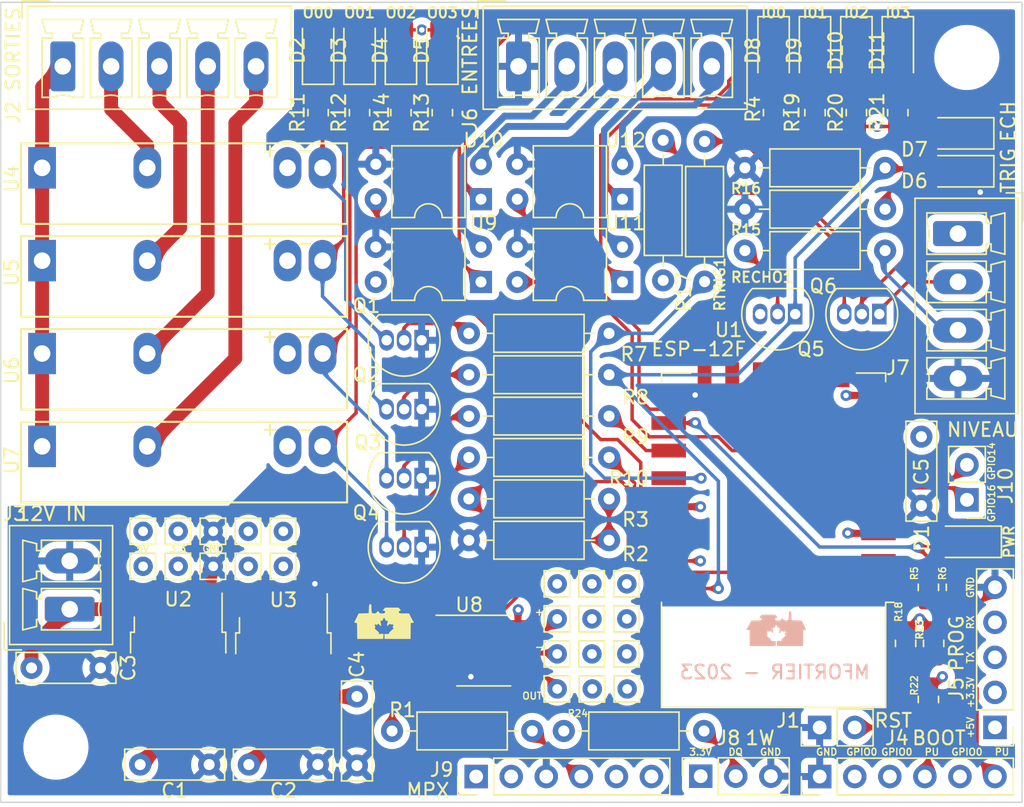
<source format=kicad_pcb>
(kicad_pcb (version 20211014) (generator pcbnew)
  (layers (0 "F.Cu" signal) (1 "In1.Cu" signal) (2 "In2.Cu" signal) (31 "B.Cu" signal) (34 "B.Paste" user) (35 "F.Paste" user) (36 "B.SilkS" user "B.Silkscreen") (37 "F.SilkS" user "F.Silkscreen") (38 "B.Mask" user) (39 "F.Mask" user) (44 "Edge.Cuts" user))
  (net 0 "")
  (net 1 "+5V")
  (net 2 "GND")
  (net 3 "+3.3V")
  (net 4 "Net-(C3-Pad1)")
  (net 5 "Net-(D1-Pad1)")
  (net 6 "Net-(D1-Pad2)")
  (net 7 "Net-(D2-Pad1)")
  (net 8 "Net-(D3-Pad1)")
  (net 9 "Net-(D4-Pad1)")
  (net 10 "Net-(D5-Pad1)")
  (net 11 "Net-(D6-Pad2)")
  (net 12 "/GPIO00")
  (net 13 "Net-(D7-Pad1)")
  (net 14 "Net-(D8-Pad2)")
  (net 17 "Net-(D9-Pad1)")
  (net 18 "Net-(D10-Pad1)")
  (net 19 "Net-(D10-Pad2)")
  (net 20 "Net-(D11-Pad1)")
  (net 21 "Net-(D11-Pad2)")
  (net 22 "Net-(D8-Pad1)")
  (net 23 "Net-(J1-Pad2)")
  (net 24 "Net-(J2-Pad1)")
  (net 25 "Net-(J2-Pad2)")
  (net 26 "Net-(J2-Pad3)")
  (net 27 "Net-(J2-Pad4)")
  (net 28 "Net-(J2-Pad5)")
  (net 29 "/GPIO01")
  (net 30 "Net-(J6-Pad2)")
  (net 31 "Net-(J6-Pad3)")
  (net 32 "Net-(J6-Pad4)")
  (net 33 "Net-(J6-Pad5)")
  (net 34 "Net-(J7-Pad2)")
  (net 35 "Net-(J7-Pad3)")
  (net 36 "/GPIO4")
  (net 37 "Net-(Q1-Pad2)")
  (net 38 "Net-(Q1-Pad3)")
  (net 39 "Net-(Q2-Pad2)")
  (net 40 "Net-(Q2-Pad3)")
  (net 41 "Net-(Q3-Pad2)")
  (net 42 "Net-(Q3-Pad3)")
  (net 43 "Net-(Q4-Pad2)")
  (net 44 "Net-(Q4-Pad3)")
  (net 45 "Net-(J4-Pad4)")
  (net 46 "Net-(Q6-Pad3)")
  (net 47 "Net-(J4-Pad6)")
  (net 48 "Net-(R1-Pad2)")
  (net 49 "Net-(R2-Pad2)")
  (net 50 "/ADC")
  (net 51 "/GPIO02")
  (net 52 "/GPIO03")
  (net 53 "Net-(J9-Pad4)")
  (net 54 "Net-(J10-Pad1)")
  (net 55 "/GPIO12")
  (net 56 "/GPIO13")
  (net 63 "/GPIO5")
  (net 65 "Net-(Q5-Pad2)")
  (net 66 "unconnected-(U8-Pad5)")
  (net 67 "unconnected-(U8-Pad6)")
  (net 68 "unconnected-(U8-Pad7)")
  (net 69 "Net-(D9-Pad2)")
  (net 70 "Net-(J10-Pad2)")
  (footprint "LED_SMD:LED_1206_3216Metric_Pad1.42x1.75mm_HandSolder" (layer "F.Cu") (at 160 98.4875 90)
    (fp_text reference "D2")
    (fp_text value "O00")
  )
  (footprint "Connector_Pin:Pin_D0.7mm_L6.5mm_W1.8mm_FlatFork" (layer "F.Cu") (at 149.86 135.89)
    (fp_text reference "REF**" hide)
    (fp_text value "3.3")
  )
  (footprint "Connector_PinHeader_2.54mm:PinHeader_1x06_P2.54mm_Vertical" (layer "F.Cu") (at 171.45 151.13 90)
    (fp_text reference "J9")
    (fp_text value "MPX")
  )
  (footprint "Connector_Pin:Pin_D0.7mm_L6.5mm_W1.8mm_FlatFork" (layer "F.Cu") (at 149.86 133.35)
    (fp_text reference "REF**" hide)
    (fp_text value "" hide)
  )
  (footprint "Custom:G3MB-202P" (layer "F.Cu") (at 145.08 113.731)
    (fp_text reference "U5")
    (fp_text value "G3MB-202P")
  )
  (footprint "Connector_PinHeader_2.54mm:PinHeader_1x05_P2.54mm_Vertical" (layer "F.Cu") (at 209.042 147.569 180)
    (fp_text reference "J5")
    (fp_text value "PROG")
  )
  (footprint "MountingHole:MountingHole_3.7mm" (layer "F.Cu") (at 207 99)
    (fp_text reference "REF**" hide)
    (fp_text value "MountingHole_3.7mm" hide)
  )
  (footprint "Connector_Pin:Pin_D0.7mm_L6.5mm_W1.8mm_FlatFork" (layer "F.Cu") (at 179.839765 139.7)
    (fp_text reference "REF**" hide)
    (fp_text value "" hide)
  )
  (footprint "Resistor_THT:R_Axial_DIN0207_L6.3mm_D2.5mm_P10.16mm_Horizontal" (layer "F.Cu") (at 181.08 128 180)
    (fp_text reference "R10")
    (fp_text value "1k")
  )
  (footprint "Connector_Pin:Pin_D0.7mm_L6.5mm_W1.8mm_FlatFork" (layer "F.Cu") (at 157.48 135.89)
    (fp_text reference "REF**" hide)
    (fp_text value "" hide)
  )
  (footprint "Capacitor_THT:C_Rect_L7.0mm_W2.0mm_P5.00mm" (layer "F.Cu") (at 203.708 126.492 -90)
    (fp_text reference "C5")
    (fp_text value "100n")
  )
  (footprint "Resistor_SMD:R_0805_2012Metric_Pad1.20x1.40mm_HandSolder" (layer "F.Cu") (at 202 103 90)
    (fp_text reference "R21")
    (fp_text value "1k")
  )
  (footprint "Resistor_THT:R_Axial_DIN0207_L6.3mm_D2.5mm_P10.16mm_Horizontal" (layer "F.Cu") (at 170.92 134)
    (fp_text reference "R2")
    (fp_text value "R")
  )
  (footprint "Connector_Pin:Pin_D0.7mm_L6.5mm_W1.8mm_FlatFork" (layer "F.Cu") (at 182.36674 139.7)
    (fp_text reference "REF**" hide)
    (fp_text value "" hide)
  )
  (footprint "Resistor_SMD:R_0805_2012Metric_Pad1.20x1.40mm_HandSolder" (layer "F.Cu") (at 163 103 90)
    (fp_text reference "R12")
    (fp_text value "1k")
  )
  (footprint "Resistor_SMD:R_0805_2012Metric_Pad1.20x1.40mm_HandSolder" (layer "F.Cu") (at 202.565 141.478 90)
    (fp_text reference "R18")
    (fp_text value "10k")
  )
  (footprint "LED_SMD:LED_1206_3216Metric_Pad1.42x1.75mm_HandSolder" (layer "F.Cu") (at 193 98.5 -90)
    (fp_text reference "D8")
    (fp_text value "I00")
  )
  (footprint "Resistor_SMD:R_0805_2012Metric_Pad1.20x1.40mm_HandSolder" (layer "F.Cu") (at 204.597 141.478 90)
    (fp_text reference "R23")
    (fp_text value "10k")
  )
  (footprint "Capacitor_THT:C_Rect_L7.0mm_W2.0mm_P5.00mm" (layer "F.Cu") (at 162.814 145.328 -90)
    (fp_text reference "C4")
    (fp_text value "100n")
  )
  (footprint "Package_DIP:DIP-4_W7.62mm" (layer "F.Cu") (at 182.05 115.275 180)
    (fp_text reference "U11")
    (fp_text value "VO615A-6")
  )
  (footprint "Connector_PinHeader_2.54mm:PinHeader_1x06_P2.54mm_Vertical" (layer "F.Cu") (at 196.342 151.13 90)
    (fp_text reference "J4")
    (fp_text value "BOOT")
  )
  (footprint "Resistor_THT:R_Axial_DIN0207_L6.3mm_D2.5mm_P10.16mm_Horizontal" (layer "F.Cu") (at 181.08 119 180)
    (fp_text reference "R7")
    (fp_text value "1k")
  )
  (footprint "LED_SMD:LED_1206_3216Metric_Pad1.42x1.75mm_HandSolder" (layer "F.Cu") (at 163 98.4875 90)
    (fp_text reference "D3")
    (fp_text value "O01")
  )
  (footprint "Resistor_THT:R_Axial_DIN0207_L6.3mm_D2.5mm_P10.16mm_Horizontal" (layer "F.Cu") (at 181.08 122 180)
    (fp_text reference "R8")
    (fp_text value "1k")
  )
  (footprint "Resistor_THT:R_Axial_DIN0207_L6.3mm_D2.5mm_P10.16mm_Horizontal" (layer "F.Cu") (at 181.08 131 180)
    (fp_text reference "R3")
    (fp_text value "R")
  )
  (footprint "Package_TO_SOT_THT:TO-92_Inline" (layer "F.Cu") (at 194.564 117.602 180)
    (fp_text reference "Q5")
    (fp_text value "ECHO")
  )
  (footprint "Package_SO:SOIC-8_3.9x4.9mm_P1.27mm" (layer "F.Cu") (at 172 142)
    (fp_text reference "U8")
    (fp_text value "LM2904")
  )
  (footprint "Resistor_SMD:R_0805_2012Metric_Pad1.20x1.40mm_HandSolder" (layer "F.Cu") (at 199 103 90)
    (fp_text reference "R20")
    (fp_text value "1k")
  )
  (footprint "Capacitor_THT:C_Rect_L7.0mm_W2.0mm_P5.00mm" (layer "F.Cu") (at 139.232 143.256)
    (fp_text reference "C3")
    (fp_text value "1µ")
  )
  (footprint "LED_SMD:LED_1206_3216Metric_Pad1.42x1.75mm_HandSolder" (layer "F.Cu") (at 196 98.5 -90)
    (fp_text reference "D9")
    (fp_text value "I01")
  )
  (footprint "Connector_Pin:Pin_D0.7mm_L6.5mm_W1.8mm_FlatFork" (layer "F.Cu") (at 179.839765 137.16)
    (fp_text reference "REF**" hide)
    (fp_text value "" hide)
  )
  (footprint "Resistor_SMD:R_0805_2012Metric_Pad1.20x1.40mm_HandSolder" (layer "F.Cu") (at 206.248 137.414 -90)
    (fp_text reference "R6")
    (fp_text value "660R")
  )
  (footprint "Connector_Pin:Pin_D0.7mm_L6.5mm_W1.8mm_FlatFork" (layer "F.Cu") (at 177.323246 139.7)
    (fp_text reference "+")
    (fp_text value "" hide)
  )
  (footprint "Resistor_SMD:R_0805_2012Metric_Pad1.20x1.40mm_HandSolder" (layer "F.Cu") (at 204.216 145.542 90)
    (fp_text reference "R22")
    (fp_text value "10k")
  )
  (footprint "Connector_PinSocket_2.54mm:PinSocket_1x03_P2.54mm_Vertical" (layer "F.Cu") (at 187.721 151.105 90)
    (fp_text reference "J8")
    (fp_text value "1W")
  )
  (footprint "Connector_Phoenix_MC:PhoenixContact_MCV_1,5_5-G-3.5_1x05_P3.50mm_Vertical" (layer "F.Cu") (at 141.5 99.6425)
    (fp_text reference "J2")
    (fp_text value "SORTIES")
  )
  (footprint "Resistor_SMD:R_0805_2012Metric_Pad1.20x1.40mm_HandSolder" (layer "F.Cu") (at 160 103 90)
    (fp_text reference "R11")
    (fp_text value "1k")
  )
  (footprint "Connector_Phoenix_MC:PhoenixContact_MCV_1,5_2-G-3.5_1x02_P3.50mm_Vertical" (layer "F.Cu") (at 142 139 90)
    (fp_text reference "J3")
    (fp_text value "12V IN")
  )
  (footprint "Connector_Pin:Pin_D0.7mm_L6.5mm_W1.8mm_FlatFork" (layer "F.Cu") (at 152.4 135.89)
    (fp_text reference "REF**" hide)
    (fp_text value "GND")
  )
  (footprint "Connector_Pin:Pin_D0.7mm_L6.5mm_W1.8mm_FlatFork" (layer "F.Cu") (at 157.48 133.35)
    (fp_text reference "REF**" hide)
    (fp_text value "" hide)
  )
  (footprint "Connector_Pin:Pin_D0.7mm_L6.5mm_W1.8mm_FlatFork" (layer "F.Cu") (at 177.323246 137.16)
    (fp_text reference "REF**" hide)
    (fp_text value "" hide)
  )
  (footprint "RF_Module:ESP-12E" (layer "F.Cu") (at 193 134 180)
    (fp_text reference "U1")
    (fp_text value "ESP-12F")
  )
  (footprint "Connector_Pin:Pin_D0.7mm_L6.5mm_W1.8mm_FlatFork" (layer "F.Cu") (at 179.863246 144.78)
    (fp_text reference "REF**" hide)
    (fp_text value "" hide)
  )
  (footprint "LED_SMD:LED_1206_3216Metric_Pad1.42x1.75mm_HandSolder" (layer "F.Cu") (at 206.5 104.5 180)
    (fp_text reference "D7")
    (fp_text value "ECH")
  )
  (footprint "Connector_Pin:Pin_D0.7mm_L6.5mm_W1.8mm_FlatFork" (layer "F.Cu") (at 152.4 133.35)
    (fp_text reference "REF**" hide)
    (fp_text value "" hide)
  )
  (footprint "Package_DIP:DIP-4_W7.62mm" (layer "F.Cu") (at 171.8 115.275 180)
    (fp_text reference "U9")
    (fp_text value "VO615A-6")
  )
  (footprint "Package_TO_SOT_SMD:TO-252-2" (layer "F.Cu") (at 149.861 143.14 -90)
    (fp_text reference "U2")
    (fp_text value "AZ1117-5.0")
  )
  (footprint "Resistor_THT:R_Axial_DIN0207_L6.3mm_D2.5mm_P10.16mm_Horizontal" (layer "F.Cu") (at 175.514 147.828 180)
    (fp_text reference "R1")
    (fp_text value "R")
  )
  (footprint "LED_SMD:LED_1206_3216Metric_Pad1.42x1.75mm_HandSolder" (layer "F.Cu") (at 166 98.4875 90)
    (fp_text reference "D4")
    (fp_text value "O02")
  )
  (footprint "LED_SMD:LED_1206_3216Metric_Pad1.42x1.75mm_HandSolder" (layer "F.Cu") (at 199 98.5 -90)
    (fp_text reference "D10")
    (fp_text value "I02")
  )
  (footprint "MountingHole:MountingHole_3.7mm" (layer "F.Cu") (at 141 149)
    (fp_text reference "REF**" hide)
    (fp_text value "MountingHole_3.7mm" hide)
  )
  (footprint "Package_DIP:DIP-4_W7.62mm" (layer "F.Cu") (at 182.05 109.275 180)
    (fp_text reference "U12")
    (fp_text value "VO615A-6")
  )
  (footprint "Connector_Pin:Pin_D0.7mm_L6.5mm_W1.8mm_FlatFork" (layer "F.Cu") (at 177.323246 142.24)
    (fp_text reference "-")
    (fp_text value "" hide)
  )
  (footprint "Resistor_SMD:R_0805_2012Metric_Pad1.20x1.40mm_HandSolder" (layer "F.Cu") (at 166 103 90)
    (fp_text reference "R13")
    (fp_text value "1k")
  )
  (footprint "Connector_Pin:Pin_D0.7mm_L6.5mm_W1.8mm_FlatFork" (layer "F.Cu") (at 147.32 135.89)
    (fp_text reference "REF**" hide)
    (fp_text value "5V")
  )
  (footprint "Connector_Pin:Pin_D0.7mm_L6.5mm_W1.8mm_FlatFork" (layer "F.Cu") (at 179.839765 142.24)
    (fp_text reference "REF**" hide)
    (fp_text value "" hide)
  )
  (footprint "LED_SMD:LED_1206_3216Metric_Pad1.42x1.75mm_HandSolder" (layer "F.Cu") (at 207.0465 134.112 180)
    (fp_text reference "D1")
    (fp_text value "PWR")
  )
  (footprint "Resistor_THT:R_Axial_DIN0207_L6.3mm_D2.5mm_P10.16mm_Horizontal" (layer "F.Cu") (at 188 115.25 90)
    (fp_text reference "RTRIG1")
    (fp_text value "660R")
  )
  (footprint "Package_TO_SOT_THT:TO-92_Inline" (layer "F.Cu") (at 167.5 124.5 180)
    (fp_text reference "Q2")
    (fp_text value "2N3904")
  )
  (footprint "Resistor_THT:R_Axial_DIN0207_L6.3mm_D2.5mm_P10.16mm_Horizontal" (layer "F.Cu") (at 185 105 -90)
    (fp_text reference "R17")
    (fp_text value "10k")
  )
  (footprint "Package_TO_SOT_THT:TO-92_Inline" (layer "F.Cu") (at 167.5 129.5 180)
    (fp_text reference "Q3")
    (fp_text value "2N3904")
  )
  (footprint "Connector_Pin:Pin_D0.7mm_L6.5mm_W1.8mm_FlatFork" (layer "F.Cu") (at 182.390221 144.78)
    (fp_text reference "REF**" hide)
    (fp_text value "" hide)
  )
  (footprint "Resistor_THT:R_Axial_DIN0207_L6.3mm_D2.5mm_P10.16mm_Horizontal" (layer "F.Cu") (at 190.92 107)
    (fp_text reference "R16")
    (fp_text value "10k")
  )
  (footprint "Capacitor_THT:C_Rect_L7.0mm_W2.0mm_P5.00mm" (layer "F.Cu") (at 147.105 150.265)
    (fp_text reference "C1")
    (fp_text value "1µ")
  )
  (footprint "Resistor_THT:R_Axial_DIN0207_L6.3mm_D2.5mm_P10.16mm_Horizontal" (layer "F.Cu") (at 190.92 113)
    (fp_text reference "RECHO1")
    (fp_text value "1k")
  )
  (footprint "Package_TO_SOT_THT:TO-92_Inline" (layer "F.Cu") (at 167.5 134.5 180)
    (fp_text reference "Q4")
    (fp_text value "2N3904")
  )
  (footprint "Connector_Pin:Pin_D0.7mm_L6.5mm_W1.8mm_FlatFork" (layer "F.Cu") (at 147.32 133.35)
    (fp_text reference "REF**" hide)
    (fp_text value "" hide)
  )
  (footprint "Package_TO_SOT_THT:TO-92_Inline" (layer "F.Cu") (at 167.5 119.5 180)
    (fp_text reference "Q1")
    (fp_text value "2N3904")
  )
  (footprint "Custom:G3MB-202P" (layer "F.Cu") (at 145.08 107)
    (fp_text reference "U4")
    (fp_text value "G3MB-202P")
  )
  (footprint "Connector_Pin:Pin_D0.7mm_L6.5mm_W1.8mm_FlatFork" (layer "F.Cu") (at 154.94 133.35)
    (fp_text reference "REF**" hide)
    (fp_text value "" hide)
  )
  (footprint "Package_TO_SOT_SMD:TO-252-2" (layer "F.Cu") (at 157.48 143.188 -90)
    (fp_text reference "U3")
    (fp_text value "AZ1117-3.3")
  )
  (footprint "Resistor_SMD:R_0805_2012Metric_Pad1.20x1.40mm_HandSolder" (layer "F.Cu") (at 204.216 137.414 -90)
    (fp_text reference "R5")
    (fp_text value "10k")
  )
  (footprint "Connector_Phoenix_MC:PhoenixContact_MCV_1,5_5-G-3.5_1x05_P3.50mm_Vertical" (layer "F.Cu") (at 174.5175 99.6425)
    (fp_text reference "J6")
    (fp_text value "ENTRÉES")
  )
  (footprint "Custom:G3MB-202P" (layer "F.Cu") (at 145.08 127.193)
    (fp_text reference "U7")
    (fp_text value "G3MB-202P")
  )
  (footprint "Resistor_SMD:R_0805_2012Metric_Pad1.20x1.40mm_HandSolder" (layer "F.Cu") (at 196 103 90)
    (fp_text reference "R19")
    (fp_text value "1k")
  )
  (footprint "Connector_Pin:Pin_D0.7mm_L6.5mm_W1.8mm_FlatFork" (layer "F.Cu") (at 182.36674 142.24)
    (fp_text reference "REF**" hide)
    (fp_text value "" hide)
  )
  (footprint "Resistor_THT:R_Axial_DIN0207_L6.3mm_D2.5mm_P10.16mm_Horizontal" (layer "F.Cu") (at 201.08 110 180)
    (fp_text reference "R15")
    (fp_text value "660R")
  )
  (footprint "Package_TO_SOT_THT:TO-92_Inline" (layer "F.Cu") (at 200.66 117.602 180)
    (fp_text reference "Q6")
    (fp_text value "TRIG")
  )
  (footprint "Connector_PinHeader_2.54mm:PinHeader_1x02_P2.54mm_Vertical" (layer "F.Cu") (at 207.01 131.069 180)
    (fp_text reference "J10")
    (fp_text value "SPARE" hide)
  )
  (footprint "Custom:G3MB-202P" (layer "F.Cu") (at 145.08 120.462)
    (fp_text reference "U6")
    (fp_text value "G3MB-202P")
  )
  (footprint "LED_SMD:LED_1206_3216Metric_Pad1.42x1.75mm_HandSolder" (layer "F.Cu") (at 169 98.4875 90)
    (fp_text reference "D5")
    (fp_text value "O03")
  )
  (footprint "LED_SMD:LED_1206_3216Metric_Pad1.42x1.75mm_HandSolder" (layer "F.Cu") (at 206.5 107.25 180)
    (fp_text reference "D6")
    (fp_text value "TRIG")
  )
  (footprint "Connector_Pin:Pin_D0.7mm_L6.5mm_W1.8mm_FlatFork" (layer "F.Cu") (at 154.94 135.89)
    (fp_text reference "REF**" hide)
    (fp_text value "" hide)
  )
  (footprint "Resistor_SMD:R_0805_2012Metric_Pad1.20x1.40mm_HandSolder" (layer "F.Cu") (at 169 103 90)
    (fp_text reference "R14")
    (fp_text value "1k")
  )
  (footprint "Resistor_THT:R_Axial_DIN0207_L6.3mm_D2.5mm_P10.16mm_Horizontal" (layer "F.Cu") (at 181.08 125 180)
    (fp_text reference "R9")
    (fp_text value "1k")
  )
  (footprint "Connector_Pin:Pin_D0.7mm_L6.5mm_W1.8mm_FlatFork" (layer "F.Cu") (at 177.323246 144.78)
    (fp_text reference "OUT")
    (fp_text value "" hide)
  )
  (footprint "Resistor_SMD:R_0805_2012Metric_Pad1.20x1.40mm_HandSolder" (layer "F.Cu") (at 193 103 90)
    (fp_text reference "R4")
    (fp_text value "1k")
  )
  (footprint "Connector_PinHeader_2.54mm:PinHeader_1x02_P2.54mm_Vertical" (layer "F.Cu") (at 196.337 147.574 90)
    (fp_text reference "J1")
    (fp_text value "RST")
  )
  (footprint "Capacitor_THT:C_Rect_L7.0mm_W2.0mm_P5.00mm" (layer "F.Cu") (at 154.979 150.265)
    (fp_text reference "C2")
    (fp_text value "1µ")
  )
  (footprint "Package_DIP:DIP-4_W7.62mm" (layer "F.Cu") (at 171.8 109.275 180)
    (fp_text reference "U10")
    (fp_text value "VO615A-6")
  )
  (footprint "LOGO" (layer "F.Cu") (at 164.846 139.954)
    (fp_text reference "G***" hide)
    (fp_text value "LOGO" hide)
  )
  (footprint "LED_SMD:LED_1206_3216Metric_Pad1.42x1.75mm_HandSolder" (layer "F.Cu") (at 202 98.5 -90)
    (fp_text reference "D11")
    (fp_text value "I03")
  )
  (footprint "Resistor_THT:R_Axial_DIN0207_L6.3mm_D2.5mm_P10.16mm_Horizontal" (layer "F.Cu") (at 177.8 147.828)
    (fp_text reference "R24")
    (fp_text value "10k")
  )
  (footprint "Connector_Phoenix_MC:PhoenixContact_MCV_1,5_4-G-3.5_1x04_P3.50mm_Vertical" (layer "F.Cu") (at 206.3575 111.7675 -90)
    (fp_text reference "J7")
    (fp_text value "NIVEAU")
  )
  (footprint "Connector_Pin:Pin_D0.7mm_L6.5mm_W1.8mm_FlatFork" (layer "F.Cu") (at 182.36674 137.16)
    (fp_text reference "REF**" hide)
    (fp_text value "" hide)
  )
  (footprint "LOGO" (layer "B.Cu") (at 193.121887 140.468042 180)
    (fp_text reference "G***" hide)
    (fp_text value "LOGO" hide)
  )
  (gr_rect (start 137 95) (end 211 153) (layer "Edge.Cuts") (width 0.1) (fill none))
  (gr_text "MFORTIER - 2023" (at 193.0908 143.5608) (layer "B.SilkS") (effects (font (size 1 1)) (justify mirror)))
  (gr_text "RX" (at 207.264 139.954 90) (layer "F.SilkS") (effects (font (size 0.5 0.5) (thickness 0.1))))
  (gr_text "GPIO0" (at 201.93 149.352) (layer "F.SilkS") (effects (font (size 0.5 0.5) (thickness 0.1))))
  (gr_text "PU" (at 204.47 149.352) (layer "F.SilkS") (effects (font (size 0.5 0.5) (thickness 0.1))))
  (gr_text "GND" (at 192.786 149.352) (layer "F.SilkS") (effects (font (size 0.5 0.5) (thickness 0.1))))
  (gr_text "DQ" (at 190.246 149.352) (layer "F.SilkS") (effects (font (size 0.5 0.5) (thickness 0.1))))
  (gr_text "GND" (at 207.264 137.414 90) (layer "F.SilkS") (effects (font (size 0.5 0.5) (thickness 0.1))))
  (gr_text "3.3V" (at 187.706 149.352) (layer "F.SilkS") (effects (font (size 0.5 0.5) (thickness 0.1))))
  (gr_text "+5V" (at 207.264 147.574 90) (layer "F.SilkS") (effects (font (size 0.5 0.5) (thickness 0.1))))
  (gr_text "PU" (at 209.55 149.352) (layer "F.SilkS") (effects (font (size 0.5 0.5) (thickness 0.1))))
  (gr_text "GPIO14" (at 208.788 128.27 90) (layer "F.SilkS") (effects (font (size 0.5 0.5) (thickness 0.1))))
  (gr_text "GPIO0" (at 207.01 149.352) (layer "F.SilkS") (effects (font (size 0.5 0.5) (thickness 0.1))))
  (gr_text "+3.3V" (at 207.264 145.034 90) (layer "F.SilkS") (effects (font (size 0.5 0.5) (thickness 0.1))))
  (gr_text "GPIO0" (at 199.39 149.352) (layer "F.SilkS") (effects (font (size 0.5 0.5) (thickness 0.1))))
  (gr_text "GPIO16" (at 208.788 131.318 90) (layer "F.SilkS") (effects (font (size 0.5 0.5) (thickness 0.1))))
  (gr_text "GND" (at 196.85 149.352) (layer "F.SilkS") (effects (font (size 0.5 0.5) (thickness 0.1))))
  (gr_text "TX" (at 207.264 142.494 90) (layer "F.SilkS") (effects (font (size 0.5 0.5) (thickness 0.1))))
  (segment (start 193 104) (end 202 104) (width 0.25) (layer "F.Cu") (net 1))
  (segment (start 149.861 147.509) (end 147.105 150.265) (width 1) (layer "F.Cu") (net 1))
  (segment (start 155.2 138.988) (end 155.2 139.901) (width 1) (layer "F.Cu") (net 1))
  (segment (start 149.861 145.24) (end 149.861 147.509) (width 1) (layer "F.Cu") (net 1))
  (segment (start 174.475 140.095) (end 174.475 139.0626) (width 0.5) (layer "F.Cu") (net 1))
  (segment (start 174.475 139.0626) (end 174.498 139.0396) (width 0.5) (layer "F.Cu") (net 1))
  (segment (start 160 97) (end 169 97) (width 0.25) (layer "F.Cu") (net 1))
  (segment (start 155.2 139.901) (end 149.861 145.24) (width 1) (layer "F.Cu") (net 1))
  (via (at 174.498 139.0396) (size 0.8) (drill 0.4) (layers "F.Cu" "B.Cu") (net 1))
  (via (at 200.4952 104) (size 0.8) (drill 0.4) (layers "F.Cu" "B.Cu") (net 1))
  (via (at 167.5104 97) (size 0.8) (drill 0.4) (layers "F.Cu" "B.Cu") (net 1))
  (segment (start 207.9875 108.7505) (end 207.9752 108.7628) (width 0.5) (layer "F.Cu") (net 2))
  (segment (start 209.042 137.409) (end 208.037 138.414) (width 0.25) (layer "F.Cu") (net 2))
  (segment (start 185.4 123.5) (end 187.28711 123.5) (width 0.5) (layer "F.Cu") (net 2))
  (segment (start 159.76 138.988) (end 159.76 137.166) (width 1) (layer "F.Cu") (net 2))
  (segment (start 152.141 138.94) (end 152.141 136.149) (width 1) (layer "F.Cu") (net 2))
  (segment (start 159.76 137.166) (end 159.766 137.16) (width 1) (layer "F.Cu") (net 2))
  (segment (start 187.28711 123.5) (end 187.316411 123.470699) (width 0.5) (layer "F.Cu") (net 2))
  (segment (start 171.055 143.905) (end 171.069 143.891) (width 0.5) (layer "F.Cu") (net 2))
  (segment (start 207.9875 107.25) (end 207.9875 108.7505) (width 0.5) (layer "F.Cu") (net 2))
  (segment (start 169.525 143.905) (end 171.055 143.905) (width 0.5) (layer "F.Cu") (net 2))
  (segment (start 152.141 136.149) (end 152.4 135.89) (width 1) (layer "F.Cu") (net 2))
  (segment (start 208.037 138.414) (end 204.216 138.414) (width 0.25) (layer "F.Cu") (net 2))
  (via (at 159.766 137.16) (size 0.8) (drill 0.4) (layers "F.Cu" "B.Cu") (net 2))
  (via (at 207.9752 108.7628) (size 0.8) (drill 0.4) (layers "F.Cu" "B.Cu") (net 2))
  (via (at 187.316411 123.470699) (size 0.8) (drill 0.4) (layers "F.Cu" "B.Cu") (net 2))
  (via (at 171.069 143.891) (size 0.8) (drill 0.4) (layers "F.Cu" "B.Cu") (net 2))
  (segment (start 157.52 145.328) (end 157.48 145.288) (width 1) (layer "F.Cu") (net 3))
  (segment (start 198.247498 123.5) (end 198.247 123.499502) (width 0.5) (layer "F.Cu") (net 3))
  (segment (start 204.486 140.478) (end 203.581 139.573) (width 0.5) (layer "F.Cu") (net 3))
  (segment (start 204.581 144.542) (end 205.232 143.891) (width 0.5) (layer "F.Cu") (net 3))
  (segment (start 157.48 145.288) (end 157.48 147.764) (width 1) (layer "F.Cu") (net 3))
  (segment (start 204.597 140.478) (end 204.486 140.478) (width 0.5) (layer "F.Cu") (net 3))
  (segment (start 162.814 145.328) (end 157.52 145.328) (width 1) (layer "F.Cu") (net 3))
  (segment (start 204.216 144.542) (end 204.581 144.542) (width 0.5) (layer "F.Cu") (net 3))
  (segment (start 200.6 123.5) (end 198.247498 123.5) (width 0.5) (layer "F.Cu") (net 3))
  (segment (start 202.676 140.478) (end 203.581 139.573) (width 0.5) (layer "F.Cu") (net 3))
  (segment (start 157.48 147.764) (end 154.979 150.265) (width 1) (layer "F.Cu") (net 3))
  (segment (start 198.397 133.5) (end 198.374 133.477) (width 0.5) (layer "F.Cu") (net 3))
  (segment (start 202.565 140.478) (end 202.676 140.478) (width 0.5) (layer "F.Cu") (net 3))
  (segment (start 200.6 133.5) (end 198.397 133.5) (width 0.5) (layer "F.Cu") (net 3))
  (via (at 203.581 139.7) (size 0.8) (drill 0.4) (layers "F.Cu" "B.Cu") (net 3))
  (via (at 198.247 123.499502) (size 0.8) (drill 0.4) (layers "F.Cu" "B.Cu") (net 3))
  (via (at 205.232 143.891) (size 0.8) (drill 0.4) (layers "F.Cu" "B.Cu") (net 3))
  (via (at 198.374 133.477) (size 0.8) (drill 0.4) (layers "F.Cu" "B.Cu") (net 3))
  (segment (start 147.521 139) (end 147.581 138.94) (width 1) (layer "F.Cu") (net 4))
  (segment (start 139.232 143.256) (end 139.232 141.768) (width 1) (layer "F.Cu") (net 4))
  (segment (start 142 139) (end 147.521 139) (width 1) (layer "F.Cu") (net 4))
  (segment (start 139.232 141.768) (end 142 139) (width 1) (layer "F.Cu") (net 4))
  (segment (start 206.248 136.414) (end 206.248 136.398) (width 0.25) (layer "F.Cu") (net 5))
  (segment (start 206.248 136.398) (end 208.534 134.112) (width 0.25) (layer "F.Cu") (net 5))
  (segment (start 185.4 125.5) (end 187.301 125.5) (width 0.25) (layer "F.Cu") (net 6))
  (segment (start 204.216 135.255) (end 203.454 134.493) (width 0.25) (layer "F.Cu") (net 6))
  (segment (start 187.301 125.5) (end 187.325 125.476) (width 0.25) (layer "F.Cu") (net 6))
  (segment (start 205.178 134.493) (end 205.559 134.112) (width 0.25) (layer "F.Cu") (net 6))
  (segment (start 203.454 134.493) (end 205.178 134.493) (width 0.25) (layer "F.Cu") (net 6))
  (segment (start 204.216 136.414) (end 204.216 135.255) (width 0.25) (layer "F.Cu") (net 6))
  (via (at 187.325 125.476) (size 0.8) (drill 0.4) (layers "F.Cu" "B.Cu") (net 6))
  (via (at 203.454 134.493) (size 0.8) (drill 0.4) (layers "F.Cu" "B.Cu") (net 6))
  (segment (start 196.342 134.493) (end 203.454 134.493) (width 0.25) (layer "B.Cu") (net 6))
  (segment (start 187.325 125.476) (end 196.342 134.493) (width 0.25) (layer "B.Cu") (net 6))
  (segment (start 160 102) (end 160 99.975) (width 0.25) (layer "F.Cu") (net 7))
  (segment (start 163 99.975) (end 163 102) (width 0.25) (layer "F.Cu") (net 8))
  (segment (start 166 102) (end 166 99.975) (width 0.25) (layer "F.Cu") (net 9))
  (segment (start 169 99.975) (end 169 102) (width 0.25) (layer "F.Cu") (net 10))
  (segment (start 205.0125 107.25) (end 202.819 109.4435) (width 0.25) (layer "F.Cu") (net 11))
  (segment (start 202.819 113.265109) (end 202.819 112.395) (width 0.25) (layer "F.Cu") (net 11))
  (segment (start 199.39 113.663604) (end 190.816396 105.09) (width 0.25) (layer "F.Cu") (net 11))
  (segment (start 190.816396 105.09) (end 188 105.09) (width 0.25) (layer "F.Cu") (net 11))
  (segment (start 199.39 116.694109) (end 202.819 113.265109) (width 0.25) (layer "F.Cu") (net 11))
  (segment (start 202.819 109.4435) (end 202.819 112.395) (width 0.25) (layer "F.Cu") (net 11))
  (segment (start 199.39 117.602) (end 199.39 116.694109) (width 0.25) (layer "F.Cu") (net 11))
  (segment (start 199.39 117.602) (end 199.39 113.663604) (width 0.25) (layer "F.Cu") (net 11))
  (segment (start 187.75 129.5) (end 185.4 129.5) (width 0.25) (layer "F.Cu") (net 12))
  (via (at 187.75 129.5) (size 0.8) (drill 0.4) (layers "F.Cu" "B.Cu") (net 12))
  (segment (start 181.08 119) (end 179.75 120.33) (width 0.25) (layer "B.Cu") (net 12))
  (segment (start 180.75 129.5) (end 187.75 129.5) (width 0.25) (layer "B.Cu") (net 12))
  (segment (start 181.08 119) (end 184.25 119) (width 0.25) (layer "B.Cu") (net 12))
  (segment (start 179.75 120.33) (end 179.75 128.5) (width 0.25) (layer "B.Cu") (net 12))
  (segment (start 184.25 119) (end 188 115.25) (width 0.25) (layer "B.Cu") (net 12))
  (segment (start 179.75 128.5) (end 180.75 129.5) (width 0.25) (layer "B.Cu") (net 12))
  (segment (start 204.148896 106) (end 201.08 109.068896) (width 0.25) (layer "F.Cu") (net 13))
  (segment (start 207.9875 104.5) (end 206.4875 106) (width 0.25) (layer "F.Cu") (net 13))
  (segment (start 201.08 109.068896) (end 201.08 110) (width 0.25) (layer "F.Cu") (net 13))
  (segment (start 206.4875 106) (end 204.148896 106) (width 0.25) (layer "F.Cu") (net 13))
  (segment (start 193 99.9875) (end 193 102) (width 0.25) (layer "F.Cu") (net 14))
  (segment (start 170.675 100.471827) (end 174.146827 97) (width 0.25) (layer "F.Cu") (net 17))
  (segment (start 194.9625 98.05) (end 196 97.0125) (width 0.25) (layer "F.Cu") (net 17))
  (segment (start 191.086828 97) (end 192.136828 98.05) (width 0.25) (layer "F.Cu") (net 17))
  (segment (start 174.146827 97) (end 191.086828 97) (width 0.25) (layer "F.Cu") (net 17))
  (segment (start 171.8 109.275) (end 170.675 108.15) (width 0.25) (layer "F.Cu") (net 17))
  (segment (start 170.675 108.15) (end 170.675 100.471827) (width 0.25) (layer "F.Cu") (net 17))
  (segment (start 192.136828 98.05) (end 194.9625 98.05) (width 0.25) (layer "F.Cu") (net 17))
  (segment (start 197.5125 98.5) (end 199 97.0125) (width 0.25) (layer "F.Cu") (net 18))
  (segment (start 188.792412 102) (end 189.75 101.042412) (width 0.25) (layer "F.Cu") (net 18))
  (segment (start 189.75 100.700432) (end 191.950432 98.5) (width 0.25) (layer "F.Cu") (net 18))
  (segment (start 180.475 104.638604) (end 183.113604 102) (width 0.25) (layer "F.Cu") (net 18))
  (segment (start 189.75 101.042412) (end 189.75 100.700432) (width 0.25) (layer "F.Cu") (net 18))
  (segment (start 182.05 115.275) (end 180.475 113.7) (width 0.25) (layer "F.Cu") (net 18))
  (segment (start 191.950432 98.5) (end 197.5125 98.5) (width 0.25) (layer "F.Cu") (net 18))
  (segment (start 180.475 113.7) (end 180.475 104.638604) (width 0.25) (layer "F.Cu") (net 18))
  (segment (start 183.113604 102) (end 188.792412 102) (width 0.25) (layer "F.Cu") (net 18))
  (segment (start 199 99.9875) (end 199 102) (width 0.25) (layer "F.Cu") (net 19))
  (segment (start 200.0625 98.95) (end 192.136828 98.95) (width 0.25) (layer "F.Cu") (net 20))
  (segment (start 180.925 104.825) (end 180.925 108.15) (width 0.25) (layer "F.Cu") (net 20))
  (segment (start 190.2 101.228808) (end 188.978808 102.45) (width 0.25) (layer "F.Cu") (net 20))
  (segment (start 183.3 102.45) (end 180.925 104.825) (width 0.25) (layer "F.Cu") (net 20))
  (segment (start 188.978808 102.45) (end 183.3 102.45) (width 0.25) (layer "F.Cu") (net 20))
  (segment (start 180.925 108.15) (end 182.05 109.275) (width 0.25) (layer "F.Cu") (net 20))
  (segment (start 202 97.0125) (end 200.0625 98.95) (width 0.25) (layer "F.Cu") (net 20))
  (segment (start 192.136828 98.95) (end 190.2 100.886828) (width 0.25) (layer "F.Cu") (net 20))
  (segment (start 190.2 100.886828) (end 190.2 101.228808) (width 0.25) (layer "F.Cu") (net 20))
  (segment (start 202 99.9875) (end 202 102) (width 0.25) (layer "F.Cu") (net 21))
  (segment (start 192.5375 96.55) (end 193 97.0125) (width 0.25) (layer "F.Cu") (net 22))
  (segment (start 173.960431 96.55) (end 192.5375 96.55) (width 0.25) (layer "F.Cu") (net 22))
  (segment (start 170.225 100.285431) (end 173.960431 96.55) (width 0.25) (layer "F.Cu") (net 22))
  (segment (start 170.225 113.7) (end 170.225 100.285431) (width 0.25) (layer "F.Cu") (net 22))
  (segment (start 171.8 115.275) (end 170.225 113.7) (width 0.25) (layer "F.Cu") (net 22))
  (segment (start 200.6 137.5) (end 201.415 138.315) (width 0.25) (layer "F.Cu") (net 23))
  (segment (start 201.438 142.478) (end 201.415 142.501) (width 0.25) (layer "F.Cu") (net 23))
  (segment (start 200.646 147.574) (end 198.877 147.574) (width 0.25) (layer "F.Cu") (net 23))
  (segment (start 201.415 146.805) (end 200.646 147.574) (width 0.25) (layer "F.Cu") (net 23))
  (segment (start 201.415 142.501) (end 201.415 146.805) (width 0.25) (layer "F.Cu") (net 23))
  (segment (start 201.415 138.315) (end 201.415 142.501) (width 0.25) (layer "F.Cu") (net 23))
  (segment (start 202.565 142.478) (end 201.438 142.478) (width 0.25) (layer "F.Cu") (net 23))
  (segment (start 140 127.193) (end 140 107) (width 1) (layer "F.Cu") (net 24))
  (segment (start 140 101.1425) (end 141.5 99.6425) (width 1) (layer "F.Cu") (net 24))
  (segment (start 140 107) (end 140 101.1425) (width 1) (layer "F.Cu") (net 24))
  (segment (start 147.62 107) (end 147.62 105.37) (width 1) (layer "F.Cu") (net 25))
  (segment (start 145 99.6425) (end 145 102.75) (width 1) (layer "F.Cu") (net 25))
  (segment (start 147.62 105.37) (end 145 102.75) (width 1) (layer "F.Cu") (net 25))
  (segment (start 148.5 99.6425) (end 148.5 102.25) (width 1) (layer "F.Cu") (net 26))
  (segment (start 148.5 102.25) (end 150 103.75) (width 1) (layer "F.Cu") (net 26))
  (segment (start 150 111.351) (end 150 103.75) (width 1) (layer "F.Cu") (net 26))
  (segment (start 147.62 113.731) (end 150 111.351) (width 1) (layer "F.Cu") (net 26))
  (segment (start 147.62 120.462) (end 152 116.082) (width 1) (layer "F.Cu") (net 27))
  (segment (start 152 116.082) (end 152 99.6425) (width 1) (layer "F.Cu") (net 27))
  (segment (start 154 103.75) (end 154 120.813) (width 1) (layer "F.Cu") (net 28))
  (segment (start 154 120.813) (end 152.6565 122.1565) (width 1) (layer "F.Cu") (net 28))
  (segment (start 155.5 99.6425) (end 155.5 102.25) (width 1) (layer "F.Cu") (net 28))
  (segment (start 155.5 102.25) (end 154 103.75) (width 1) (layer "F.Cu") (net 28))
  (segment (start 147.62 127.193) (end 152.6565 122.1565) (width 1) (layer "F.Cu") (net 28))
  (segment (start 185.4 137.5) (end 189 137.5) (width 0.25) (layer "F.Cu") (net 29))
  (segment (start 201.08 107) (end 202.5125 107) (width 0.25) (layer "F.Cu") (net 29))
  (segment (start 202.5125 107) (end 205.0125 104.5) (width 0.25) (layer "F.Cu") (net 29))
  (via (at 189 137.5) (size 0.8) (drill 0.4) (layers "F.Cu" "B.Cu") (net 29))
  (segment (start 181.2836 122) (end 181.08 122) (width 0.25) (layer "B.Cu") (net 29))
  (segment (start 189 137.5) (end 189 129.7164) (width 0.25) (layer "B.Cu") (net 29))
  (segment (start 194.564 117.827) (end 190.391 122) (width 0.25) (layer "B.Cu") (net 29))
  (segment (start 194.564 117.602) (end 194.564 117.827) (width 0.25) (layer "B.Cu") (net 29))
  (segment (start 189 129.7164) (end 181.2836 122) (width 0.25) (layer "B.Cu") (net 29))
  (segment (start 194.564 117.602) (end 194.564 113.516) (width 0.25) (layer "B.Cu") (net 29))
  (segment (start 194.564 113.516) (end 201.08 107) (width 0.25) (layer "B.Cu") (net 29))
  (segment (start 190.391 122) (end 181.08 122) (width 0.25) (layer "B.Cu") (net 29))
  (segment (start 171.8 112.735) (end 170.5 111.435) (width 0.5) (layer "B.Cu") (net 30))
  (segment (start 170.5 106.25) (end 173.5 103.25) (width 0.5) (layer "B.Cu") (net 30))
  (segment (start 178.0175 100.7325) (end 178.0175 99.6425) (width 0.5) (layer "B.Cu") (net 30))
  (segment (start 175.5 103.25) (end 178.0175 100.7325) (width 0.5) (layer "B.Cu") (net 30))
  (segment (start 170.5 111.435) (end 170.5 106.25) (width 0.5) (layer "B.Cu") (net 30))
  (segment (start 173.5 103.25) (end 175.5 103.25) (width 0.5) (layer "B.Cu") (net 30))
  (segment (start 171.8 106.735) (end 171.8 105.93995) (width 0.5) (layer "B.Cu") (net 31))
  (segment (start 178 104) (end 181.5175 100.4825) (width 0.5) (layer "B.Cu") (net 31))
  (segment (start 181.5175 100.4825) (end 181.5175 99.6425) (width 0.5) (layer "B.Cu") (net 31))
  (segment (start 173.73995 104) (end 178 104) (width 0.5) (layer "B.Cu") (net 31))
  (segment (start 171.8 105.93995) (end 173.73995 104) (width 0.5) (layer "B.Cu") (net 31))
  (segment (start 181.8 112.735) (end 180.75 111.685) (width 0.5) (layer "B.Cu") (net 32))
  (segment (start 185.0175 99.9825) (end 185.0175 99.6425) (width 0.5) (layer "B.Cu") (net 32))
  (segment (start 180.75 104.25) (end 185.0175 99.9825) (width 0.5) (layer "B.Cu") (net 32))
  (segment (start 180.75 111.685) (end 180.75 104.25) (width 0.5) (layer "B.Cu") (net 32))
  (segment (start 188.5175 101.2325) (end 188.5175 99.6425) (width 0.5) (layer "B.Cu") (net 33))
  (segment (start 182.05 103.93995) (end 183.48995 102.5) (width 0.5) (layer "B.Cu") (net 33))
  (segment (start 182.05 106.735) (end 182.05 103.93995) (width 0.5) (layer "B.Cu") (net 33))
  (segment (start 183.48995 102.5) (end 187.25 102.5) (width 0.5) (layer "B.Cu") (net 33))
  (segment (start 187.25 102.5) (end 188.5175 101.2325) (width 0.5) (layer "B.Cu") (net 33))
  (segment (start 206.3575 115.2675) (end 202.7325 115.2675) (width 0.25) (layer "F.Cu") (net 34))
  (segment (start 202.7325 115.2675) (end 200.75 117.25) (width 0.25) (layer "F.Cu") (net 34))
  (segment (start 205.2675 118.7675) (end 201.08 114.58) (width 0.25) (layer "B.Cu") (net 35))
  (segment (start 206.3575 118.7675) (end 205.2675 118.7675) (width 0.25) (layer "B.Cu") (net 35))
  (segment (start 201.08 114.58) (end 201.08 113) (width 0.25) (layer "B.Cu") (net 35))
  (segment (start 187.706 131.572) (end 185.472 131.572) (width 0.5) (layer "F.Cu") (net 36))
  (segment (start 190.261 150.129) (end 190.261 151.105) (width 0.25) (layer "F.Cu") (net 36))
  (segment (start 185.472 131.572) (end 185.4 131.5) (width 0.5) (layer "F.Cu") (net 36))
  (segment (start 187.96 147.828) (end 190.261 150.129) (width 0.25) (layer "F.Cu") (net 36))
  (via (at 187.706 131.572) (size 0.8) (drill 0.4) (layers "F.Cu" "B.Cu") (net 36))
  (segment (start 166.535 118.29) (end 170.21 118.29) (width 0.25) (layer "F.Cu") (net 37))
  (segment (start 166.23 118.595) (end 166.535 118.29) (width 0.25) (layer "F.Cu") (net 37))
  (segment (start 166.23 119.5) (end 166.23 118.595) (width 0.25) (layer "F.Cu") (net 37))
  (segment (start 170.21 118.29) (end 170.92 119) (width 0.25) (layer "F.Cu") (net 37))
  (segment (start 160 104) (end 160.32 104.32) (width 0.25) (layer "F.Cu") (net 38))
  (segment (start 160.32 104.32) (end 160.32 107) (width 0.25) (layer "F.Cu") (net 38))
  (segment (start 162 109.5) (end 160.32 107.82) (width 0.25) (layer "B.Cu") (net 38))
  (segment (start 160.32 107.82) (end 160.32 107) (width 0.25) (layer "B.Cu") (net 38))
  (segment (start 162 116.54) (end 162 109.5) (width 0.25) (layer "B.Cu") (net 38))
  (segment (start 164.96 119.5) (end 162 116.54) (width 0.25) (layer "B.Cu") (net 38))
  (segment (start 166.23 124.5) (end 166.23 123.595) (width 0.25) (layer "F.Cu") (net 39))
  (segment (start 167.825 122) (end 170.92 122) (width 0.25) (layer "F.Cu") (net 39))
  (segment (start 166.23 123.595) (end 167.825 122) (width 0.25) (layer "F.Cu") (net 39))
  (segment (start 161.85 105.15) (end 163 104) (width 0.25) (layer "F.Cu") (net 40))
  (segment (start 160.32 113.731) (end 161.85 112.201) (width 0.25) (layer "F.Cu") (net 40))
  (segment (start 161.85 112.201) (end 161.85 105.15) (width 0.25) (layer "F.Cu") (net 40))
  (segment (start 164.96 124.5) (end 163.985 123.525) (width 0.25) (layer "B.Cu") (net 40))
  (segment (start 163.985 123.525) (end 163.985 119.985) (width 0.25) (layer "B.Cu") (net 40))
  (segment (start 163.985 119.985) (end 160.32 116.32) (width 0.25) (layer "B.Cu") (net 40))
  (segment (start 160.32 116.32) (end 160.32 113.731) (width 0.25) (layer "B.Cu") (net 40))
  (segment (start 166.23 128.595) (end 169.825 125) (width 0.25) (layer "F.Cu") (net 41))
  (segment (start 166.23 129.5) (end 166.23 128.595) (width 0.25) (layer "F.Cu") (net 41))
  (segment (start 169.825 125) (end 170.92 125) (width 0.25) (layer "F.Cu") (net 41))
  (segment (start 162.3 118.482) (end 162.3 105.813604) (width 0.25) (layer "F.Cu") (net 42))
  (segment (start 160.32 120.462) (end 162.3 118.482) (width 0.25) (layer "F.Cu") (net 42))
  (segment (start 162.3 105.813604) (end 163.188604 104.925) (width 0.25) (layer "F.Cu") (net 42))
  (segment (start 165.075 104.925) (end 166 104) (width 0.25) (layer "F.Cu") (net 42))
  (segment (start 163.188604 104.925) (end 165.075 104.925) (width 0.25) (layer "F.Cu") (net 42))
  (segment (start 160.5 120.642) (end 160.32 120.462) (width 0.25) (layer "B.Cu") (net 42))
  (segment (start 160.5 122) (end 160.5 120.642) (width 0.25) (layer "B.Cu") (net 42))
  (segment (start 164.96 126.46) (end 160.5 122) (width 0.25) (layer "B.Cu") (net 42))
  (segment (start 164.96 129.5) (end 164.96 126.46) (width 0.25) (layer "B.Cu") (net 42))
  (segment (start 166.23 132.69) (end 170.92 128) (width 0.25) (layer "F.Cu") (net 43))
  (segment (start 166.23 134.5) (end 166.23 132.69) (width 0.25) (layer "F.Cu") (net 43))
  (segment (start 162.75 106) (end 163.25 105.5) (width 0.25) (layer "F.Cu") (net 44))
  (segment (start 162.75 124.763) (end 162.75 106) (width 0.25) (layer "F.Cu") (net 44))
  (segment (start 160.32 127.193) (end 162.75 124.763) (width 0.25) (layer "F.Cu") (net 44))
  (segment (start 167.5 105.5) (end 169 104) (width 0.25) (layer "F.Cu") (net 44))
  (segment (start 163.25 105.5) (end 167.5 105.5) (width 0.25) (layer "F.Cu") (net 44))
  (segment (start 164.96 131.833) (end 160.32 127.193) (width 0.25) (layer "B.Cu") (net 44))
  (segment (start 164.96 134.5) (end 164.96 131.833) (width 0.25) (layer "B.Cu") (net 44))
  (segment (start 204.216 150.876) (end 203.962 151.13) (width 0.25) (layer "F.Cu") (net 45))
  (segment (start 204.216 146.542) (end 204.216 150.876) (width 0.25) (layer "F.Cu") (net 45))
  (segment (start 198.12 113.03) (end 198.12 117.602) (width 0.25) (layer "F.Cu") (net 46))
  (segment (start 185 105) (end 188.839 108.839) (width 0.25) (layer "F.Cu") (net 46))
  (segment (start 193.929 108.839) (end 198.12 113.03) (width 0.25) (layer "F.Cu") (net 46))
  (segment (start 188.839 108.839) (end 193.929 108.839) (width 0.25) (layer "F.Cu") (net 46))
  (segment (start 207.742 149.83) (end 209.042 151.13) (width 0.25) (layer "F.Cu") (net 47))
  (segment (start 207.742 144.75) (end 207.742 149.83) (width 0.25) (layer "F.Cu") (net 47))
  (segment (start 205.47 142.478) (end 207.742 144.75) (width 0.25) (layer "F.Cu") (net 47))
  (segment (start 204.597 142.478) (end 205.47 142.478) (width 0.25) (layer "F.Cu") (net 47))
  (segment (start 167.118 142.635) (end 165.354 144.399) (width 0.25) (layer "F.Cu") (net 48))
  (segment (start 169.525 142.635) (end 167.118 142.635) (width 0.25) (layer "F.Cu") (net 48))
  (segment (start 165.354 144.399) (end 165.354 147.828) (width 0.25) (layer "F.Cu") (net 48))
  (segment (start 171.147295 141.365) (end 178.512295 134) (width 0.25) (layer "F.Cu") (net 49))
  (segment (start 178.512295 134) (end 181.08 134) (width 0.25) (layer "F.Cu") (net 49))
  (segment (start 181.08 134) (end 181.08 131) (width 0.25) (layer "F.Cu") (net 49))
  (segment (start 169.525 141.365) (end 171.147295 141.365) (width 0.25) (layer "F.Cu") (net 49))
  (segment (start 172.339 132.419) (end 170.92 131) (width 0.25) (layer "F.Cu") (net 50))
  (segment (start 170.928 140.095) (end 172.339 138.684) (width 0.25) (layer "F.Cu") (net 50))
  (segment (start 169.525 140.095) (end 170.928 140.095) (width 0.25) (layer "F.Cu") (net 50))
  (segment (start 199.775 136.325) (end 200.6 135.5) (width 0.25) (layer "F.Cu") (net 50))
  (segment (start 170.92 131) (end 172.17 129.75) (width 0.25) (layer "F.Cu") (net 50))
  (segment (start 172.339 138.684) (end 172.339 132.419) (width 0.25) (layer "F.Cu") (net 50))
  (segment (start 182.475 130.225) (end 182.475 134.975) (width 0.25) (layer "F.Cu") (net 50))
  (segment (start 183.825 136.325) (end 199.775 136.325) (width 0.25) (layer "F.Cu") (net 50))
  (segment (start 182 129.75) (end 182.475 130.225) (width 0.25) (layer "F.Cu") (net 50))
  (segment (start 182.475 134.975) (end 183.825 136.325) (width 0.25) (layer "F.Cu") (net 50))
  (segment (start 172.17 129.75) (end 182 129.75) (width 0.25) (layer "F.Cu") (net 50))
  (segment (start 181.272792 125) (end 183.772792 127.5) (width 0.25) (layer "F.Cu") (net 51))
  (segment (start 183.772792 127.5) (end 185.4 127.5) (width 0.25) (layer "F.Cu") (net 51))
  (segment (start 181.08 125) (end 181.272792 125) (width 0.25) (layer "F.Cu") (net 51))
  (segment (start 184.85 135.5) (end 185.4 135.5) (width 0.25) (layer "F.Cu") (net 52))
  (segment (start 182.925 129.845) (end 182.925 133.575) (width 0.25) (layer "F.Cu") (net 52))
  (segment (start 181.08 128) (end 182.925 129.845) (width 0.25) (layer "F.Cu") (net 52))
  (segment (start 182.925 133.575) (end 184.85 135.5) (width 0.25) (layer "F.Cu") (net 52))
  (segment (start 185.4 135.5) (end 187.697 135.5) (width 0.25) (layer "F.Cu") (net 52))
  (via (at 187.697 135.5) (size 0.8) (drill 0.4) (layers "F.Cu" "B.Cu") (net 52))
  (segment (start 178.816 151.13) (end 179.07 151.13) (width 0.25) (layer "F.Cu") (net 53))
  (segment (start 175.514 147.828) (end 178.816 151.13) (width 0.25) (layer "F.Cu") (net 53))
  (segment (start 202.65 130.2) (end 206.141 130.2) (width 0.25) (layer "F.Cu") (net 54))
  (segment (start 200.6 131.5) (end 201.35 131.5) (width 0.25) (layer "F.Cu") (net 54))
  (segment (start 201.35 131.5) (end 202.65 130.2) (width 0.25) (layer "F.Cu") (net 54))
  (segment (start 206.141 130.2) (end 207.01 131.069) (width 0.25) (layer "F.Cu") (net 54))
  (segment (start 189 126.5) (end 190 127.5) (width 0.25) (layer "F.Cu") (net 55))
  (segment (start 190 127.5) (end 200.6 127.5) (width 0.25) (layer "F.Cu") (net 55))
  (segment (start 184 126.5) (end 189 126.5) (width 0.25) (layer "F.Cu") (net 55))
  (segment (start 178.945991 115.275) (end 182.75 119.079009) (width 0.25) (layer "F.Cu") (net 55))
  (segment (start 182.75 119.079009) (end 182.75 125.25) (width 0.25) (layer "F.Cu") (net 55))
  (segment (start 174.43 115.275) (end 178.945991 115.275) (width 0.25) (layer "F.Cu") (net 55))
  (segment (start 182.75 125.25) (end 184 126.5) (width 0.25) (layer "F.Cu") (net 55))
  (segment (start 183.25 118.75) (end 183.25 123.75) (width 0.25) (layer "F.Cu") (net 56))
  (segment (start 188.45 124.5) (end 189.45 125.5) (width 0.25) (layer "F.Cu") (net 56))
  (segment (start 174.43 109.275) (end 174.43 109.93) (width 0.25) (layer "F.Cu") (net 56))
  (segment (start 189.45 125.5) (end 200.6 125.5) (width 0.25) (layer "F.Cu") (net 56))
  (segment (start 183.25 123.75) (end 184 124.5) (width 0.25) (layer "F.Cu") (net 56))
  (segment (start 174.43 109.93) (end 183.25 118.75) (width 0.25) (layer "F.Cu") (net 56))
  (segment (start 184 124.5) (end 188.45 124.5) (width 0.25) (layer "F.Cu") (net 56))
  (segment (start 164.18 109.275) (end 164.18 110.40637) (width 0.25) (layer "F.Cu") (net 63))
  (segment (start 180.47363 126.7) (end 181.31 126.7) (width 0.25) (layer "F.Cu") (net 63))
  (segment (start 183.375 132.125) (end 183.375 128.375) (width 0.25) (layer "F.Cu") (net 63))
  (segment (start 183.375 128.375) (end 181.7 126.7) (width 0.25) (layer "F.Cu") (net 63))
  (segment (start 164.18 110.40637) (end 180.47363 126.7) (width 0.25) (layer "F.Cu") (net 63))
  (segment (start 184.25 133) (end 183.375 132.125) (width 0.25) (layer "F.Cu") (net 63))
  (segment (start 181.7 126.7) (end 181.31 126.7) (width 0.25) (layer "F.Cu") (net 63))
  (segment (start 190.92 113) (end 193.294 115.374) (width 0.25) (layer "F.Cu") (net 65))
  (segment (start 193.294 115.374) (end 193.294 117.602) (width 0.25) (layer "F.Cu") (net 65))
  (segment (start 174.475 143.905) (end 176.448246 143.905) (width 0.25) (layer "F.Cu") (net 66))
  (segment (start 176.448246 143.905) (end 177.323246 144.78) (width 0.25) (layer "F.Cu") (net 66))
  (segment (start 174.475 142.635) (end 175.635 142.635) (width 0.25) (layer "F.Cu") (net 67))
  (segment (start 175.635 142.635) (end 176.03 142.24) (width 0.25) (layer "F.Cu") (net 67))
  (segment (start 176.03 142.24) (end 177.323246 142.24) (width 0.25) (layer "F.Cu") (net 67))
  (segment (start 175.658246 141.365) (end 177.323246 139.7) (width 0.25) (layer "F.Cu") (net 68))
  (segment (start 174.475 141.365) (end 175.658246 141.365) (width 0.25) (layer "F.Cu") (net 68))
  (segment (start 196 99.9875) (end 196 102) (width 0.25) (layer "F.Cu") (net 69))
  (segment (start 206.039 129.5) (end 207.01 128.529) (width 0.25) (layer "F.Cu") (net 70))
  (segment (start 200.6 129.5) (end 206.039 129.5) (width 0.25) (layer "F.Cu") (net 70))
  (zone (net 27) (net_name "Net-(J2-Pad4)") (layer "F.Cu") (priority 16962) (connect_pads yes (clearance 0)) (min_thickness 0.0254) (fill yes (thermal_gap 0.508) (thermal_bridge_width 0.508))
    (polygon (pts (xy 152.5 101.4325) (xy 152.50215 101.232897) (xy 152.509025 101.060191) (xy 152.521256 100.909281) (xy 152.539476 100.775066) (xy 152.564318 100.652447) (xy 152.596414 100.536325) (xy 152.636398 100.421599) (xy 152.684901 100.303169) (xy 152.742558 100.175936) (xy 152.81 100.0348) (xy 152 99.1925) (xy 151.19 100.0348) (xy 151.257441 100.175936) (xy 151.315098 100.303169) (xy 151.363601 100.421599) (xy 151.403585 100.536325) (xy 151.435681 100.652447) (xy 151.460523 100.775066) (xy 151.478743 100.909281) (xy 151.490974 101.060191) (xy 151.497849 101.232897) (xy 151.5 101.4325)))
  )
  (zone (net 27) (net_name "Net-(J2-Pad4)") (layer "F.Cu") (priority 16962) (connect_pads yes (clearance 0)) (min_thickness 0.0254) (fill yes (thermal_gap 0.508) (thermal_bridge_width 0.508))
    (polygon (pts (xy 148.673588 118.701305) (xy 148.513399 118.856337) (xy 148.370225 118.983823) (xy 148.239518 119.087973) (xy 148.116733 119.172998) (xy 147.997325 119.243111) (xy 147.876747 119.302522) (xy 147.750454 119.355443) (xy 147.6139 119.406086) (xy 147.462539 119.458663) (xy 147.291825 119.517384) (xy 147.266447 120.815553) (xy 148.564616 120.790175) (xy 148.623336 120.61946) (xy 148.675913 120.468099) (xy 148.726556 120.331545) (xy 148.779477 120.205252) (xy 148.838888 120.084674) (xy 148.909001 119.965266) (xy 148.994026 119.842481) (xy 149.098176 119.711774) (xy 149.225662 119.5686) (xy 149.380695 119.408412)))
  )
  (zone (net 49) (net_name "Net-(R2-Pad2)") (layer "F.Cu") (priority 16962) (connect_pads yes (clearance 0)) (min_thickness 0.0254) (fill yes (thermal_gap 0.508) (thermal_bridge_width 0.508))
    (polygon (pts (xy 181.205 132.59) (xy 181.214519 132.402738) (xy 181.241492 132.249031) (xy 181.283538 132.121555) (xy 181.338278 132.012991) (xy 181.403331 131.916015) (xy 181.476317 131.823306) (xy 181.554857 131.727543) (xy 181.636571 131.621404) (xy 181.719078 131.497567) (xy 181.8 131.348711) (xy 181.08 130.6) (xy 180.36 131.348711) (xy 180.440921 131.497567) (xy 180.523428 131.621404) (xy 180.605142 131.727543) (xy 180.683682 131.823306) (xy 180.756668 131.916015) (xy 180.821721 132.012991) (xy 180.876461 132.121555) (xy 180.918507 132.249031) (xy 180.94548 132.402738) (xy 180.955 132.59)))
  )
  (zone (net 2) (net_name "GND") (layer "F.Cu") (priority 16962) (connect_pads yes (clearance 0)) (min_thickness 0.0254) (fill yes (thermal_gap 0.508) (thermal_bridge_width 0.508))
    (polygon (pts (xy 207.758285 138.539) (xy 207.938209 138.53116) (xy 208.088386 138.50988) (xy 208.215675 138.478519) (xy 208.326935 138.44044) (xy 208.429025 138.399) (xy 208.528805 138.35756) (xy 208.633133 138.31948) (xy 208.748868 138.28812) (xy 208.882871 138.26684) (xy 209.042 138.259) (xy 209.34252 137.10848) (xy 208.239076 137.130051) (xy 208.198388 137.289623) (xy 208.179509 137.451465) (xy 208.173646 137.611086) (xy 208.172003 137.763995) (xy 208.165785 137.905701) (xy 208.1462 138.031713) (xy 208.104451 138.137539) (xy 208.031745 138.21869) (xy 207.919288 138.270674) (xy 207.758285 138.289)))
  )
  (zone (net 3) (net_name "+3.3V") (layer "F.Cu") (priority 16962) (connect_pads yes (clearance 0)) (min_thickness 0.0254) (fill yes (thermal_gap 0.508) (thermal_bridge_width 0.508))
    (polygon (pts (xy 204.31639 139.954837) (xy 204.253707 139.891402) (xy 204.200085 139.83551) (xy 204.153924 139.785545) (xy 204.113625 139.73989) (xy 204.077588 139.696928) (xy 204.044214 139.655044) (xy 204.011905 139.61262) (xy 203.979062 139.56804) (xy 203.944084 139.519688) (xy 203.905374 139.465947) (xy 203.404981 139.605043) (xy 203.563527 140.099618) (xy 203.610515 140.102916) (xy 203.653144 140.108808) (xy 203.692459 140.117786) (xy 203.729508 140.130342) (xy 203.765338 140.146969) (xy 203.800995 140.168159) (xy 203.837527 140.194404) (xy 203.875979 140.226195) (xy 203.9174 140.264027) (xy 203.962837 140.30839)))
  )
  (zone (net 68) (net_name "unconnected-(U8-Pad7)") (layer "F.Cu") (priority 16962) (connect_pads yes (clearance 0)) (min_thickness 0.0254) (fill yes (thermal_gap 0.508) (thermal_bridge_width 0.508))
    (polygon (pts (xy 176.428757 140.771266) (xy 176.549641 140.661632) (xy 176.660485 140.582714) (xy 176.764348 140.528713) (xy 176.864291 140.493828) (xy 176.963374 140.472262) (xy 177.064655 140.458214) (xy 177.171195 140.445887) (xy 177.286054 140.42948) (xy 177.412292 140.403194) (xy 177.552968 140.361231) (xy 177.570733 139.452513) (xy 176.662015 139.470278) (xy 176.620051 139.610953) (xy 176.593765 139.737191) (xy 176.577358 139.85205) (xy 176.565031 139.95859) (xy 176.550983 140.059871) (xy 176.529417 140.158954) (xy 176.494532 140.258897) (xy 176.440531 140.36276) (xy 176.361613 140.473604) (xy 176.25198 140.594489)))
  )
  (zone (net 24) (net_name "Net-(J2-Pad1)") (layer "F.Cu") (priority 16962) (connect_pads yes (clearance 0)) (min_thickness 0.0254) (fill yes (thermal_gap 0.508) (thermal_bridge_width 0.508))
    (polygon (pts (xy 139.5 105.01) (xy 139.496354 105.232895) (xy 139.48526 105.424281) (xy 139.466482 105.590349) (xy 139.439782 105.737293) (xy 139.404924 105.871305) (xy 139.361673 105.998577) (xy 139.309791 106.125301) (xy 139.249042 106.257669) (xy 139.179191 106.401875) (xy 139.1 106.564111) (xy 140 107.5) (xy 140.9 106.564111) (xy 140.820808 106.401875) (xy 140.750957 106.257669) (xy 140.690208 106.125301) (xy 140.638326 105.998577) (xy 140.595075 105.871305) (xy 140.560217 105.737293) (xy 140.533517 105.590349) (xy 140.514739 105.424281) (xy 140.503645 105.232895) (xy 140.5 105.01)))
  )
  (zone (net 56) (net_name "/GPIO13") (layer "F.Cu") (priority 16962) (connect_pads yes (clearance 0)) (min_thickness 0.0254) (fill yes (thermal_gap 0.508) (thermal_bridge_width 0.508))
    (polygon (pts (xy 175.218423 110.541647) (xy 175.124714 110.43467) (xy 175.062298 110.333799) (xy 175.027083 110.236961) (xy 175.014974 110.142084) (xy 175.021877 110.047096) (xy 175.0437 109.949925) (xy 175.076347 109.848498) (xy 175.115726 109.740743) (xy 175.157742 109.624587) (xy 175.198302 109.497959) (xy 174.362884 108.880671) (xy 173.864315 109.840685) (xy 173.994474 109.962455) (xy 174.112657 110.057869) (xy 174.222319 110.133977) (xy 174.326917 110.19783) (xy 174.429905 110.256478) (xy 174.534739 110.316972) (xy 174.644875 110.386363) (xy 174.763768 110.471701) (xy 174.894873 110.580038) (xy 175.041647 110.718423)))
  )
  (zone (net 6) (net_name "Net-(D1-Pad2)") (layer "F.Cu") (priority 16962) (connect_pads yes (clearance 0)) (min_thickness 0.0254) (fill yes (thermal_gap 0.508) (thermal_bridge_width 0.508))
    (polygon (pts (xy 204.101002 134.963225) (xy 204.039346 134.896949) (xy 203.992415 134.836737) (xy 203.957583 134.780824) (xy 203.932222 134.727449) (xy 203.913706 134.674846) (xy 203.899407 134.621254) (xy 203.886699 134.56491) (xy 203.872953 134.50405) (xy 203.855545 134.436911) (xy 203.831846 134.36173) (xy 203.312579 134.351579) (xy 203.32273 134.870846) (xy 203.397911 134.894545) (xy 203.46505 134.911953) (xy 203.52591 134.925699) (xy 203.582254 134.938407) (xy 203.635846 134.952706) (xy 203.688449 134.971222) (xy 203.741824 134.996583) (xy 203.797737 135.031415) (xy 203.857949 135.078346) (xy 203.924225 135.140002)))
  )
  (zone (net 4) (net_name "Net-(C3-Pad1)") (layer "F.Cu") (priority 16962) (connect_pads yes (clearance 0)) (min_thickness 0.0254) (fill yes (thermal_gap 0.508) (thermal_bridge_width 0.508))
    (polygon (pts (xy 141.087833 140.619274) (xy 141.230493 140.479655) (xy 141.357476 140.362394) (xy 141.472834 140.264333) (xy 141.580621 140.182312) (xy 141.684891 140.113173) (xy 141.789698 140.053758) (xy 141.899094 140.000907) (xy 142.017133 139.951462) (xy 142.14787 139.902264) (xy 142.295357 139.850155) (xy 142.318198 138.681802) (xy 141.149845 138.704643) (xy 141.097735 138.852129) (xy 141.048537 138.982866) (xy 140.999092 139.100905) (xy 140.946241 139.210301) (xy 140.886826 139.315108) (xy 140.817687 139.419378) (xy 140.735666 139.527165) (xy 140.637605 139.642523) (xy 140.520344 139.769506) (xy 140.380726 139.912167)))
  )
  (zone (net 3) (net_name "+3.3V") (layer "F.Cu") (priority 16962) (connect_pads yes (clearance 0)) (min_thickness 0.0254) (fill yes (thermal_gap 0.508) (thermal_bridge_width 0.508))
    (polygon (pts (xy 204.850163 144.62639) (xy 204.912411 144.56468) (xy 204.967637 144.511523) (xy 205.017564 144.465874) (xy 205.063912 144.426688) (xy 205.108403 144.392922) (xy 205.15276 144.363531) (xy 205.198703 144.337472) (xy 205.247955 144.313701) (xy 205.302236 144.291174) (xy 205.36327 144.268846) (xy 205.373421 143.749579) (xy 204.854154 143.75973) (xy 204.831825 143.820763) (xy 204.809298 143.875044) (xy 204.785527 143.924296) (xy 204.759468 143.970239) (xy 204.730077 144.014596) (xy 204.696311 144.059087) (xy 204.657125 144.105435) (xy 204.611476 144.155362) (xy 204.558319 144.210588) (xy 204.49661 144.272837)))
  )
  (zone (net 54) (net_name "Net-(J10-Pad1)") (layer "F.Cu") (priority 16962) (connect_pads yes (clearance 0)) (min_thickness 0.0254) (fill yes (thermal_gap 0.508) (thermal_bridge_width 0.508))
    (polygon (pts (xy 205.669952 130.325) (xy 205.820852 130.340636) (xy 205.931581 130.385141) (xy 206.009103 130.454911) (xy 206.060384 130.546342) (xy 206.09239 130.655828) (xy 206.112085 130.779767) (xy 206.126436 130.914552) (xy 206.142408 131.056581) (xy 206.166966 131.202248) (xy 206.207076 131.347949) (xy 207.31052 131.36952) (xy 207.01 130.219) (xy 206.846118 130.214968) (xy 206.706895 130.204024) (xy 206.585573 130.187895) (xy 206.475395 130.168312) (xy 206.369603 130.147) (xy 206.261441 130.125688) (xy 206.144152 130.106104) (xy 206.010979 130.089976) (xy 205.855164 130.079032) (xy 205.669952 130.075)))
  )
  (zone (net 20) (net_name "Net-(D11-Pad1)") (layer "F.Cu") (priority 16962) (connect_pads yes (clearance 0)) (min_thickness 0.0254) (fill yes (thermal_gap 0.508) (thermal_bridge_width 0.508))
    (polygon (pts (xy 180.8 108.140991) (xy 180.8126 108.306458) (xy 180.8468 108.441553) (xy 180.897199 108.553325) (xy 180.9584 108.648826) (xy 181.025 108.735107) (xy 181.0916 108.819219) (xy 181.1528 108.908213) (xy 181.2032 109.009141) (xy 181.2374 109.129052) (xy 181.25 109.275) (xy 182.332842 109.557842) (xy 182.31254 108.519307) (xy 182.143848 108.480182) (xy 181.970525 108.470022) (xy 181.797843 108.478071) (xy 181.631076 108.493577) (xy 181.475498 108.505785) (xy 181.336381 108.503943) (xy 181.218999 108.477296) (xy 181.128626 108.415091) (xy 181.070535 108.306573) (xy 181.05 108.140991)))
  )
  (zone (net 3) (net_name "+3.3V") (layer "F.Cu") (priority 16962) (connect_pads yes (clearance 0)) (min_thickness 0.0254) (fill yes (thermal_gap 0.508) (thermal_bridge_width 0.508))
    (polygon (pts (xy 203.199163 140.30839) (xy 203.244599 140.264027) (xy 203.28602 140.226195) (xy 203.324472 140.194404) (xy 203.361004 140.168159) (xy 203.396661 140.146969) (xy 203.432491 140.130342) (xy 203.46954 140.117786) (xy 203.508855 140.108808) (xy 203.551484 140.102916) (xy 203.598473 140.099618) (xy 203.757019 139.605043) (xy 203.256626 139.465947) (xy 203.217915 139.519688) (xy 203.182937 139.56804) (xy 203.150094 139.61262) (xy 203.117785 139.655044) (xy 203.084411 139.696928) (xy 203.048374 139.73989) (xy 203.008075 139.785545) (xy 202.961914 139.83551) (xy 202.908292 139.891402) (xy 202.84561 139.954837)))
  )
  (zone (net 41) (net_name "Net-(Q3-Pad2)") (layer "F.Cu") (priority 16962) (connect_pads yes (clearance 0)) (min_thickness 0.0254) (fill yes (thermal_gap 0.508) (thermal_bridge_width 0.508))
    (polygon (pts (xy 169.5563 125.445477) (xy 169.663793 125.357375) (xy 169.76457 125.311884) (xy 169.86065 125.302655) (xy 169.954052 125.323338) (xy 170.046795 125.367583) (xy 170.140897 125.42904) (xy 170.238379 125.50136) (xy 170.341259 125.578193) (xy 170.451556 125.65319) (xy 170.571289 125.72) (xy 171.32 125) (xy 170.354315 124.434315) (xy 170.242096 124.542601) (xy 170.14293 124.631097) (xy 170.05315 124.705151) (xy 169.969089 124.770117) (xy 169.887081 124.831344) (xy 169.80346 124.894185) (xy 169.71456 124.96399) (xy 169.616715 125.046109) (xy 169.506258 125.145896) (xy 169.379523 125.2687)))
  )
  (zone (net 41) (net_name "Net-(Q3-Pad2)") (layer "F.Cu") (priority 16962) (connect_pads yes (clearance 0)) (min_thickness 0.0254) (fill yes (thermal_gap 0.508) (thermal_bridge_width 0.508))
    (polygon (pts (xy 166.247677 128.400546) (xy 166.172706 128.485016) (xy 166.119491 128.56402) (xy 166.082878 128.638636) (xy 166.057717 128.709944) (xy 166.038856 128.779023) (xy 166.021145 128.846953) (xy 165.999432 128.914813) (xy 165.968566 128.983682) (xy 165.923395 129.054641) (xy 165.858769 129.128769) (xy 166.23 129.7625) (xy 166.7025 129.271158) (xy 166.653188 129.187857) (xy 166.593867 129.112158) (xy 166.530081 129.04237) (xy 166.467378 128.976801) (xy 166.411302 128.913761) (xy 166.367401 128.85156) (xy 166.341219 128.788506) (xy 166.338303 128.722909) (xy 166.3642 128.653078) (xy 166.424454 128.577323)))
  )
  (zone (net 44) (net_name "Net-(Q4-Pad3)") (layer "F.Cu") (priority 16962) (connect_pads yes (clearance 0)) (min_thickness 0.0254) (fill yes (thermal_gap 0.508) (thermal_bridge_width 0.508))
    (polygon (pts (xy 161.638753 125.69747) (xy 161.463054 125.85528) (xy 161.301442 125.966307) (xy 161.149551 126.039535) (xy 161.003017 126.083946) (xy 160.857473 126.108526) (xy 160.708555 126.122258) (xy 160.551896 126.134125) (xy 160.383132 126.153113) (xy 160.197896 126.188204) (xy 159.991825 126.248384) (xy 159.966447 127.546553) (xy 161.264616 127.521175) (xy 161.324795 127.315103) (xy 161.359886 127.129867) (xy 161.378874 126.961103) (xy 161.390741 126.804444) (xy 161.404473 126.655526) (xy 161.429053 126.509982) (xy 161.473464 126.363448) (xy 161.546692 126.211557) (xy 161.657719 126.049945) (xy 161.81553 125.874247)))
  )
  (zone (net 52) (net_name "/GPIO03") (layer "F.Cu") (priority 16962) (connect_pads yes (clearance 0)) (min_thickness 0.0254) (fill yes (thermal_gap 0.508) (thermal_bridge_width 0.508))
    (polygon (pts (xy 182.292687 129.035911) (xy 182.167004 128.896765) (xy 182.07739 128.769005) (xy 182.016982 128.649135) (xy 181.978922 128.533662) (xy 181.956349 128.419091) (xy 181.942404 128.301927) (xy 181.930225 128.178676) (xy 181.912954 128.045844) (xy 181.88373 127.899937) (xy 181.835693 127.73746) (xy 180.797158 127.717158) (xy 180.81746 128.755693) (xy 180.979937 128.80373) (xy 181.125844 128.832954) (xy 181.258676 128.850225) (xy 181.381927 128.862404) (xy 181.499091 128.876349) (xy 181.613662 128.898922) (xy 181.729135 128.936982) (xy 181.849005 128.99739) (xy 181.976765 129.087004) (xy 182.115911 129.212687)))
  )
  (zone (net 28) (net_name "Net-(J2-Pad5)") (layer "F.Cu") (priority 16962) (connect_pads yes (clearance 0)) (min_thickness 0.0254) (fill yes (thermal_gap 0.508) (thermal_bridge_width 0.508))
    (polygon (pts (xy 156 101.4325) (xy 156.00215 101.232897) (xy 156.009025 101.060191) (xy 156.021256 100.909281) (xy 156.039476 100.775066) (xy 156.064318 100.652447) (xy 156.096414 100.536325) (xy 156.136398 100.421599) (xy 156.184901 100.303169) (xy 156.242558 100.175936) (xy 156.31 100.0348) (xy 155.5 99.1925) (xy 154.69 100.0348) (xy 154.757441 100.175936) (xy 154.815098 100.303169) (xy 154.863601 100.421599) (xy 154.903585 100.536325) (xy 154.935681 100.652447) (xy 154.960523 100.775066) (xy 154.978743 100.909281) (xy 154.990974 101.060191) (xy 154.997849 101.232897) (xy 155 101.4325)))
  )
  (zone (net 2) (net_name "GND") (layer "F.Cu") (priority 16962) (connect_pads yes (clearance 0)) (min_thickness 0.0254) (fill yes (thermal_gap 0.508) (thermal_bridge_width 0.508))
    (polygon (pts (xy 152.641 137.249) (xy 152.641893 137.124093) (xy 152.645215 137.011452) (xy 152.651928 136.909847) (xy 152.662995 136.818049) (xy 152.679378 136.734831) (xy 152.70204 136.658963) (xy 152.731944 136.589217) (xy 152.770052 136.524363) (xy 152.817327 136.463174) (xy 152.874732 136.404421) (xy 152.528024 135.564256) (xy 151.702051 135.943534) (xy 151.708234 136.065353) (xy 151.708175 136.179193) (xy 151.703188 136.288774) (xy 151.694593 136.397815) (xy 151.683706 136.510035) (xy 151.671845 136.629153) (xy 151.660326 136.75889) (xy 151.650467 136.902963) (xy 151.643586 137.065093) (xy 151.641 137.249)))
  )
  (zone (net 45) (net_name "Net-(J4-Pad4)") (layer "F.Cu") (priority 16962) (connect_pads yes (clearance 0)) (min_thickness 0.0254) (fill yes (thermal_gap 0.508) (thermal_bridge_width 0.508))
    (polygon (pts (xy 204.091 149.466) (xy 204.080762 149.644793) (xy 204.051272 149.790619) (xy 204.004362 149.909962) (xy 203.941862 150.009303) (xy 203.865605 150.095129) (xy 203.777424 150.173922) (xy 203.67915 150.252165) (xy 203.572615 150.336343) (xy 203.459652 150.43294) (xy 203.342092 150.548439) (xy 203.835404 151.535707) (xy 204.802637 151.004187) (xy 204.764215 150.812447) (xy 204.714337 150.652105) (xy 204.656654 150.514547) (xy 204.594815 150.391158) (xy 204.532473 150.273325) (xy 204.473279 150.152433) (xy 204.420883 150.019868) (xy 204.378938 149.867017) (xy 204.351093 149.685266) (xy 204.341 149.466)))
  )
  (zone (net 37) (net_name "Net-(Q1-Pad2)") (layer "F.Cu") (priority 16962) (connect_pads yes (clearance 0)) (min_thickness 0.0254) (fill yes (thermal_gap 0.508) (thermal_bridge_width 0.508))
    (polygon (pts (xy 166.247677 118.400546) (xy 166.172706 118.485016) (xy 166.119491 118.56402) (xy 166.082878 118.638636) (xy 166.057717 118.709944) (xy 166.038856 118.779023) (xy 166.021145 118.846953) (xy 165.999432 118.914813) (xy 165.968566 118.983682) (xy 165.923395 119.054641) (xy 165.858769 119.128769) (xy 166.23 119.7625) (xy 166.7025 119.271158) (xy 166.653188 119.187857) (xy 166.593867 119.112158) (xy 166.530081 119.04237) (xy 166.467378 118.976801) (xy 166.411302 118.913761) (xy 166.367401 118.85156) (xy 166.341219 118.788506) (xy 166.338303 118.722909) (xy 166.3642 118.653078) (xy 166.424454 118.577323)))
  )
  (zone (net 34) (net_name "Net-(J7-Pad2)") (layer "F.Cu") (priority 16962) (connect_pads yes (clearance 0)) (min_thickness 0.0254) (fill yes (thermal_gap 0.508) (thermal_bridge_width 0.508))
    (polygon (pts (xy 204.5675 115.3925) (xy 204.779038 115.403584) (xy 204.952281 115.434955) (xy 205.095608 115.483789) (xy 205.217401 115.547265) (xy 205.326037 115.622559) (xy 205.429899 115.706848) (xy 205.537366 115.797309) (xy 205.656819 115.89112) (xy 205.796636 115.985458) (xy 205.9652 116.0775) (xy 206.8075 115.2675) (xy 205.9652 114.4575) (xy 205.796636 114.549541) (xy 205.656819 114.643879) (xy 205.537366 114.73769) (xy 205.429899 114.828151) (xy 205.326037 114.91244) (xy 205.217401 114.987734) (xy 205.095608 115.05121) (xy 204.952281 115.100044) (xy 204.779038 115.131415) (xy 204.5675 115.1425)))
  )
  (zone (net 6) (net_name "Net-(D1-Pad2)") (layer "F.Cu") (priority 16962) (connect_pads yes (clearance 0)) (min_thickness 0.0254) (fill yes (thermal_gap 0.508) (thermal_bridge_width 0.508))
    (polygon (pts (xy 186.521 125.625) (xy 186.615456 125.628151) (xy 186.694698 125.637185) (xy 186.761986 125.651472) (xy 186.820583 125.670383) (xy 186.87375 125.693289) (xy 186.924748 125.71956) (xy 186.976841 125.748566) (xy 187.033289 125.779679) (xy 187.097355 125.812268) (xy 187.1723 125.845705) (xy 187.524648 125.46414) (xy 187.129603 125.126974) (xy 187.061894 125.167251) (xy 187.003766 125.205442) (xy 186.952196 125.241039) (xy 186.904163 125.273536) (xy 186.856644 125.302426) (xy 186.806618 125.3272) (xy 186.751062 125.347351) (xy 186.686955 125.362373) (xy 186.611275 125.371758) (xy 186.521 125.375)))
  )
  (zone (net 38) (net_name "Net-(Q1-Pad3)") (layer "F.Cu") (priority 16962) (connect_pads yes (clearance 0)) (min_thickness 0.0254) (fill yes (thermal_gap 0.508) (thermal_bridge_width 0.508))
    (polygon (pts (xy 160.195 105.01) (xy 160.182351 105.245827) (xy 160.146582 105.438612) (xy 160.090959 105.597794) (xy 160.018747 105.732813) (xy 159.933212 105.853109) (xy 159.83762 105.96812) (xy 159.735237 106.087287) (xy 159.629329 106.220047) (xy 159.523161 106.375842) (xy 159.42 106.564111) (xy 160.32 107.5) (xy 161.22 106.564111) (xy 161.116838 106.375842) (xy 161.01067 106.220047) (xy 160.904762 106.087287) (xy 160.802379 105.96812) (xy 160.706787 105.853109) (xy 160.621252 105.732813) (xy 160.54904 105.597794) (xy 160.493417 105.438612) (xy 160.457648 105.245827) (xy 160.445 105.01)))
  )
  (zone (net 2) (net_name "GND") (layer "F.Cu") (priority 16962) (connect_pads yes (clearance 0)) (min_thickness 0.0254) (fill yes (thermal_gap 0.508) (thermal_bridge_width 0.508))
    (polygon (pts (xy 186.51711 123.75) (xy 186.609283 123.750185) (xy 186.689746 123.751072) (xy 186.76064 123.753151) (xy 186.824106 123.756916) (xy 186.882286 123.762859) (xy 186.937323 123.771473) (xy 186.991358 123.783251) (xy 187.046532 123.798685) (xy 187.104989 123.818268) (xy 187.168869 123.842493) (xy 187.515874 123.456063) (xy 187.116177 123.124425) (xy 187.060454 123.155241) (xy 187.008647 123.180626) (xy 186.95894 123.201094) (xy 186.909513 123.217161) (xy 186.858552 123.229342) (xy 186.804237 123.238153) (xy 186.744753 123.244109) (xy 186.678282 123.247725) (xy 186.603006 123.249517) (xy 186.51711 123.25)))
  )
  (zone (net 50) (net_name "/ADC") (layer "F.Cu") (priority 16962) (connect_pads yes (clearance 0)) (min_thickness 0.0254) (fill yes (thermal_gap 0.508) (thermal_bridge_width 0.508))
    (polygon (pts (xy 171.955911 129.787313) (xy 171.816765 129.912995) (xy 171.689005 130.002609) (xy 171.569135 130.063017) (xy 171.453662 130.101077) (xy 171.339091 130.12365) (xy 171.221927 130.137595) (xy 171.098676 130.149774) (xy 170.965844 130.167045) (xy 170.819937 130.196269) (xy 170.65746 130.244307) (xy 170.637158 131.282842) (xy 171.675693 131.26254) (xy 171.72373 131.100062) (xy 171.752954 130.954155) (xy 171.770225 130.821323) (xy 171.782404 130.698072) (xy 171.796349 130.580908) (xy 171.818922 130.466337) (xy 171.856982 130.350864) (xy 171.91739 130.230994) (xy 172.007004 130.103234) (xy 172.132687 129.964089)))
  )
  (zone (net 49) (net_name "Net-(R2-Pad2)") (layer "F.Cu") (priority 16962) (connect_pads yes (clearance 0)) (min_thickness 0.0254) (fill yes (thermal_gap 0.508) (thermal_bridge_width 0.508))
    (polygon (pts (xy 180.955 132.41) (xy 180.94548 132.597261) (xy 180.918507 132.750968) (xy 180.876461 132.878444) (xy 180.821721 132.987008) (xy 180.756668 133.083984) (xy 180.683682 133.176693) (xy 180.605142 133.272456) (xy 180.523428 133.378595) (xy 180.440921 133.502432) (xy 180.36 133.651289) (xy 181.08 134.4) (xy 181.8 133.651289) (xy 181.719078 133.502432) (xy 181.636571 133.378595) (xy 181.554857 133.272456) (xy 181.476317 133.176693) (xy 181.403331 133.083984) (xy 181.338278 132.987008) (xy 181.283538 132.878444) (xy 181.241492 132.750968) (xy 181.214519 132.597261) (xy 181.205 132.41)))
  )
  (zone (net 65) (net_name "Net-(Q5-Pad2)") (layer "F.Cu") (priority 16962) (connect_pads yes (clearance 0)) (min_thickness 0.0254) (fill yes (thermal_gap 0.508) (thermal_bridge_width 0.508))
    (polygon (pts (xy 192.132687 114.035911) (xy 192.007004 113.896765) (xy 191.91739 113.769005) (xy 191.856982 113.649135) (xy 191.818922 113.533662) (xy 191.796349 113.419091) (xy 191.782404 113.301927) (xy 191.770225 113.178676) (xy 191.752954 113.045844) (xy 191.72373 112.899937) (xy 191.675693 112.73746) (xy 190.637158 112.717158) (xy 190.65746 113.755693) (xy 190.819937 113.80373) (xy 190.965844 113.832954) (xy 191.098676 113.850225) (xy 191.221927 113.862404) (xy 191.339091 113.876349) (xy 191.453662 113.898922) (xy 191.569135 113.936982) (xy 191.689005 113.99739) (xy 191.816765 114.087004) (xy 191.955911 114.212687)))
  )
  (zone (net 37) (net_name "Net-(Q1-Pad2)") (layer "F.Cu") (priority 16962) (connect_pads yes (clearance 0)) (min_thickness 0.0254) (fill yes (thermal_gap 0.508) (thermal_bridge_width 0.508))
    (polygon (pts (xy 169.614092 118.415) (xy 169.748324 118.427372) (xy 169.851294 118.462757) (xy 169.928124 118.518557) (xy 169.983937 118.592174) (xy 170.023855 118.68101) (xy 170.053 118.782466) (xy 170.076496 118.893946) (xy 170.099463 119.01285) (xy 170.127026 119.13658) (xy 170.164307 119.26254) (xy 171.202842 119.282842) (xy 170.92 118.2) (xy 170.761157 118.19902) (xy 170.625794 118.19636) (xy 170.50746 118.192439) (xy 170.399704 118.18768) (xy 170.296076 118.1825) (xy 170.190126 118.17732) (xy 170.075403 118.17256) (xy 169.945456 118.16864) (xy 169.793836 118.16598) (xy 169.614092 118.165)))
  )
  (zone (net 63) (net_name "/GPIO5") (layer "F.Cu") (priority 16962) (connect_pads yes (clearance 0)) (min_thickness 0.0254) (fill yes (thermal_gap 0.508) (thermal_bridge_width 0.508))
    (polygon (pts (xy 164.599759 110.649353) (xy 164.510808 110.540266) (xy 164.466184 110.438292) (xy 164.459181 110.341307) (xy 164.483089 110.247187) (xy 164.531199 110.153809) (xy 164.596804 110.059049) (xy 164.673195 109.960783) (xy 164.753663 109.856887) (xy 164.831501 109.745237) (xy 164.9 109.623711) (xy 164.18 108.875) (xy 163.614315 109.840685) (xy 163.721328 109.952648) (xy 163.807706 110.05246) (xy 163.879006 110.14356) (xy 163.94079 110.229386) (xy 163.998617 110.313375) (xy 164.058047 110.398967) (xy 164.124638 110.4896) (xy 164.203951 110.588713) (xy 164.301546 110.699743) (xy 164.422983 110.826129)))
  )
  (zone (net 53) (net_name "Net-(J9-Pad4)") (layer "F.Cu") (priority 16962) (connect_pads yes (clearance 0)) (min_thickness 0.0254) (fill yes (thermal_gap 0.508) (thermal_bridge_width 0.508))
    (polygon (pts (xy 176.726687 148.863911) (xy 176.601004 148.724765) (xy 176.51139 148.597005) (xy 176.450982 148.477135) (xy 176.412922 148.361662) (xy 176.390349 148.247091) (xy 176.376404 148.129927) (xy 176.364225 148.006676) (xy 176.346954 147.873844) (xy 176.31773 147.727937) (xy 176.269693 147.56546) (xy 175.231158 147.545158) (xy 175.25146 148.583693) (xy 175.413937 148.63173) (xy 175.559844 148.660954) (xy 175.692676 148.678225) (xy 175.815927 148.690404) (xy 175.933091 148.704349) (xy 176.047662 148.726922) (xy 176.163135 148.764982) (xy 176.283005 148.82539) (xy 176.410765 148.915004) (xy 176.549911 149.040687)))
  )
  (zone (net 2) (net_name "GND") (layer "F.Cu") (priority 16962) (connect_pads yes (clearance 0)) (min_thickness 0.0254) (fill yes (thermal_gap 0.508) (thermal_bridge_width 0.508))
    (polygon (pts (xy 170.265 144.155) (xy 170.356098 144.155247) (xy 170.435703 144.156332) (xy 170.505885 144.158768) (xy 170.568713 144.163069) (xy 170.626259 144.169749) (xy 170.680593 144.179322) (xy 170.733786 144.192302) (xy 170.787907 144.209202) (xy 170.845027 144.230538) (xy 170.907217 144.256822) (xy 171.26888 143.884074) (xy 170.882281 143.537255) (xy 170.823964 143.566688) (xy 170.769998 143.590802) (xy 170.718469 143.610121) (xy 170.667459 143.625166) (xy 170.615052 143.636461) (xy 170.559333 143.64453) (xy 170.498384 143.649895) (xy 170.430289 143.65308) (xy 170.353133 143.654607) (xy 170.265 143.655)))
  )
  (zone (net 50) (net_name "/ADC") (layer "F.Cu") (priority 16962) (connect_pads yes (clearance 0)) (min_thickness 0.0254) (fill yes (thermal_gap 0.508) (thermal_bridge_width 0.508))
    (polygon (pts (xy 172.132687 132.035911) (xy 172.007004 131.896765) (xy 171.91739 131.769005) (xy 171.856982 131.649135) (xy 171.818922 131.533662) (xy 171.796349 131.419091) (xy 171.782404 131.301927) (xy 171.770225 131.178676) (xy 171.752954 131.045844) (xy 171.72373 130.899937) (xy 171.675693 130.73746) (xy 170.637158 130.717158) (xy 170.65746 131.755693) (xy 170.819937 131.80373) (xy 170.965844 131.832954) (xy 171.098676 131.850225) (xy 171.221927 131.862404) (xy 171.339091 131.876349) (xy 171.453662 131.898922) (xy 171.569135 131.936982) (xy 171.689005 131.99739) (xy 171.816765 132.087004) (xy 171.955911 132.212687)))
  )
  (zone (net 42) (net_name "Net-(Q3-Pad3)") (layer "F.Cu") (priority 16962) (connect_pads yes (clearance 0)) (min_thickness 0.0254) (fill yes (thermal_gap 0.508) (thermal_bridge_width 0.508))
    (polygon (pts (xy 161.638753 118.96647) (xy 161.463054 119.12428) (xy 161.301442 119.235307) (xy 161.149551 119.308535) (xy 161.003017 119.352946) (xy 160.857473 119.377526) (xy 160.708555 119.391258) (xy 160.551896 119.403125) (xy 160.383132 119.422113) (xy 160.197896 119.457204) (xy 159.991825 119.517384) (xy 159.966447 120.815553) (xy 161.264616 120.790175) (xy 161.324795 120.584103) (xy 161.359886 120.398867) (xy 161.378874 120.230103) (xy 161.390741 120.073444) (xy 161.404473 119.924526) (xy 161.429053 119.778982) (xy 161.473464 119.632448) (xy 161.546692 119.480557) (xy 161.657719 119.318945) (xy 161.81553 119.143247)))
  )
  (zone (net 24) (net_name "Net-(J2-Pad1)") (layer "F.Cu") (priority 16962) (connect_pads yes (clearance 0)) (min_thickness 0.0254) (fill yes (thermal_gap 0.508) (thermal_bridge_width 0.508))
    (polygon (pts (xy 139.5 125.203) (xy 139.496354 125.425895) (xy 139.48526 125.617281) (xy 139.466482 125.783349) (xy 139.439782 125.930293) (xy 139.404924 126.064305) (xy 139.361673 126.191577) (xy 139.309791 126.318301) (xy 139.249042 126.450669) (xy 139.179191 126.594875) (xy 139.1 126.757111) (xy 140 127.693) (xy 140.9 126.757111) (xy 140.820808 126.594875) (xy 140.750957 126.450669) (xy 140.690208 126.318301) (xy 140.638326 126.191577) (xy 140.595075 126.064305) (xy 140.560217 125.930293) (xy 140.533517 125.783349) (xy 140.514739 125.617281) (xy 140.503645 125.425895) (xy 140.5 125.203)))
  )
  (zone (net 53) (net_name "Net-(J9-Pad4)") (layer "F.Cu") (priority 16962) (connect_pads yes (clearance 0)) (min_thickness 0.0254) (fill yes (thermal_gap 0.508) (thermal_bridge_width 0.508))
    (polygon (pts (xy 177.659881 150.150658) (xy 177.804668 150.309754) (xy 177.910275 150.455202) (xy 177.985023 150.590696) (xy 178.037232 150.71993) (xy 178.075225 150.846598) (xy 178.107323 150.974394) (xy 178.141847 151.107011) (xy 178.187119 151.248145) (xy 178.251459 151.401488) (xy 178.343191 151.570736) (xy 179.426735 151.361007) (xy 179.174819 150.286488) (xy 179.004204 150.272677) (xy 178.851158 150.271896) (xy 178.712159 150.277805) (xy 178.583686 150.284063) (xy 178.462216 150.284329) (xy 178.344227 150.272264) (xy 178.226199 150.241527) (xy 178.104609 150.185777) (xy 177.975936 150.098675) (xy 177.836658 149.973881)))
  )
  (zone (net 48) (net_name "Net-(R1-Pad2)") (layer "F.Cu") (priority 16962) (connect_pads yes (clearance 0)) (min_thickness 0.0254) (fill yes (thermal_gap 0.508) (thermal_bridge_width 0.508))
    (polygon (pts (xy 165.229 146.238) (xy 165.21948 146.425261) (xy 165.192507 146.578968) (xy 165.150461 146.706444) (xy 165.095721 146.815008) (xy 165.030668 146.911984) (xy 164.957682 147.004693) (xy 164.879142 147.100456) (xy 164.797428 147.206595) (xy 164.714921 147.330432) (xy 164.634 147.479289) (xy 165.354 148.228) (xy 166.074 147.479289) (xy 165.993078 147.330432) (xy 165.910571 147.206595) (xy 165.828857 147.100456) (xy 165.750317 147.004693) (xy 165.677331 146.911984) (xy 165.612278 146.815008) (xy 165.557538 146.706444) (xy 165.515492 146.578968) (xy 165.488519 146.425261) (xy 165.479 146.238)))
  )
  (zone (net 24) (net_name "Net-(J2-Pad1)") (layer "F.Cu") (priority 16962) (connect_pads yes (clearance 0)) (min_thickness 0.0254) (fill yes (thermal_gap 0.508) (thermal_bridge_width 0.508))
    (polygon (pts (xy 140.5 108.99) (xy 140.503645 108.767104) (xy 140.514739 108.575718) (xy 140.533517 108.40965) (xy 140.560217 108.262706) (xy 140.595075 108.128694) (xy 140.638326 108.001422) (xy 140.690208 107.874698) (xy 140.750957 107.74233) (xy 140.820808 107.598124) (xy 140.9 107.435889) (xy 140 106.5) (xy 139.1 107.435889) (xy 139.179191 107.598124) (xy 139.249042 107.74233) (xy 139.309791 107.874698) (xy 139.361673 108.001422) (xy 139.404924 108.128694) (xy 139.439782 108.262706) (xy 139.466482 108.40965) (xy 139.48526 108.575718) (xy 139.496354 108.767104) (xy 139.5 108.99)))
  )
  (zone (net 55) (net_name "/GPIO12") (layer "F.Cu") (priority 16962) (connect_pads yes (clearance 0)) (min_thickness 0.0254) (fill yes (thermal_gap 0.508) (thermal_bridge_width 0.508))
    (polygon (pts (xy 176.02 115.15) (xy 175.832738 115.14048) (xy 175.679031 115.113507) (xy 175.551555 115.071461) (xy 175.442991 115.016721) (xy 175.346015 114.951668) (xy 175.253306 114.878682) (xy 175.157543 114.800142) (xy 175.051404 114.718428) (xy 174.927567 114.635921) (xy 174.778711 114.555) (xy 174.03 115.275) (xy 174.778711 115.995) (xy 174.927567 115.914078) (xy 175.051404 115.831571) (xy 175.157543 115.749857) (xy 175.253306 115.671317) (xy 175.346015 115.598331) (xy 175.442991 115.533278) (xy 175.551555 115.478538) (xy 175.679031 115.436492) (xy 175.832738 115.409519) (xy 176.02 115.4)))
  )
  (zone (net 25) (net_name "Net-(J2-Pad2)") (layer "F.Cu") (priority 16962) (connect_pads yes (clearance 0)) (min_thickness 0.0254) (fill yes (thermal_gap 0.508) (thermal_bridge_width 0.508))
    (polygon (pts (xy 145.5 101.4325) (xy 145.50215 101.232897) (xy 145.509025 101.060191) (xy 145.521256 100.909281) (xy 145.539476 100.775066) (xy 145.564318 100.652447) (xy 145.596414 100.536325) (xy 145.636398 100.421599) (xy 145.684901 100.303169) (xy 145.742558 100.175936) (xy 145.81 100.0348) (xy 145 99.1925) (xy 144.19 100.0348) (xy 144.257441 100.175936) (xy 144.315098 100.303169) (xy 144.363601 100.421599) (xy 144.403585 100.536325) (xy 144.435681 100.652447) (xy 144.460523 100.775066) (xy 144.478743 100.909281) (xy 144.490974 101.060191) (xy 144.497849 101.232897) (xy 144.5 101.4325)))
  )
  (zone (net 17) (net_name "Net-(D9-Pad1)") (layer "F.Cu") (priority 16962) (connect_pads yes (clearance 0)) (min_thickness 0.0254) (fill yes (thermal_gap 0.508) (thermal_bridge_width 0.508))
    (polygon (pts (xy 170.55 108.140991) (xy 170.5626 108.306458) (xy 170.5968 108.441553) (xy 170.647199 108.553325) (xy 170.7084 108.648826) (xy 170.775 108.735107) (xy 170.8416 108.819219) (xy 170.9028 108.908213) (xy 170.9532 109.009141) (xy 170.9874 109.129052) (xy 171 109.275) (xy 172.082842 109.557842) (xy 172.06254 108.519307) (xy 171.893848 108.480182) (xy 171.720525 108.470022) (xy 171.547843 108.478071) (xy 171.381076 108.493577) (xy 171.225498 108.505785) (xy 171.086381 108.503943) (xy 170.968999 108.477296) (xy 170.878626 108.415091) (xy 170.820535 108.306573) (xy 170.8 108.140991)))
  )
  (zone (net 36) (net_name "/GPIO4") (layer "F.Cu") (priority 16962) (connect_pads yes (clearance 0)) (min_thickness 0.0254) (fill yes (thermal_gap 0.508) (thermal_bridge_width 0.508))
    (polygon (pts (xy 189.172687 148.863911) (xy 189.047004 148.724765) (xy 188.95739 148.597005) (xy 188.896982 148.477135) (xy 188.858922 148.361662) (xy 188.836349 148.247091) (xy 188.822404 148.129927) (xy 188.810225 148.006676) (xy 188.792954 147.873844) (xy 188.76373 147.727937) (xy 188.715693 147.56546) (xy 187.677158 147.545158) (xy 187.69746 148.583693) (xy 187.859937 148.63173) (xy 188.005844 148.660954) (xy 188.138676 148.678225) (xy 188.261927 148.690404) (xy 188.379091 148.704349) (xy 188.493662 148.726922) (xy 188.609135 148.764982) (xy 188.729005 148.82539) (xy 188.856765 148.915004) (xy 188.995911 149.040687)))
  )
  (zone (net 13) (net_name "Net-(D7-Pad1)") (layer "F.Cu") (priority 16962) (connect_pads yes (clearance 0)) (min_thickness 0.0254) (fill yes (thermal_gap 0.508) (thermal_bridge_width 0.508))
    (polygon (pts (xy 201.464592 108.507527) (xy 201.335113 108.636348) (xy 201.225264 108.744411) (xy 201.130555 108.83649) (xy 201.046495 108.917354) (xy 200.968595 108.991779) (xy 200.892363 109.064534) (xy 200.81331 109.140393) (xy 200.726944 109.224128) (xy 200.628776 109.320511) (xy 200.514315 109.434315) (xy 201.08 110.4) (xy 201.8 109.651289) (xy 201.740458 109.539114) (xy 201.677953 109.434721) (xy 201.617236 109.336483) (xy 201.563058 109.24277) (xy 201.52017 109.151953) (xy 201.493323 109.062404) (xy 201.487268 108.972493) (xy 201.506757 108.880592) (xy 201.55654 108.785072) (xy 201.641369 108.684304)))
  )
  (zone (net 36) (net_name "/GPIO4") (layer "F.Cu") (priority 16962) (connect_pads yes (clearance 0)) (min_thickness 0.0254) (fill yes (thermal_gap 0.508) (thermal_bridge_width 0.508))
    (polygon (pts (xy 189.660667 149.705444) (xy 189.751003 149.812613) (xy 189.804275 149.914208) (xy 189.825481 150.011963) (xy 189.819619 150.107614) (xy 189.79169 150.202895) (xy 189.746693 150.299542) (xy 189.689626 150.39929) (xy 189.625488 150.503875) (xy 189.55928 150.615031) (xy 189.496 150.734494) (xy 190.261 151.53) (xy 190.86204 150.50396) (xy 190.739572 150.382873) (xy 190.633962 150.281009) (xy 190.540554 150.193123) (xy 190.454694 150.113969) (xy 190.37173 150.038301) (xy 190.287006 149.960875) (xy 190.19587 149.876443) (xy 190.093666 149.779762) (xy 189.975742 149.665585) (xy 189.837444 149.528667)))
  )
  (zone (net 34) (net_name "Net-(J7-Pad2)") (layer "F.Cu") (priority 16962) (connect_pads yes (clearance 0)) (min_thickness 0.0254) (fill yes (thermal_gap 0.508) (thermal_bridge_width 0.508))
    (polygon (pts (xy 201.160121 116.663102) (xy 201.060374 116.755932) (xy 200.970221 116.827075) (xy 200.887409 116.881388) (xy 200.809687 116.923732) (xy 200.734803 116.958963) (xy 200.660505 116.99194) (xy 200.584542 117.027522) (xy 200.504663 117.070567) (xy 200.418614 117.125934) (xy 200.324146 117.198482) (xy 200.551615 117.841079) (xy 201.18483 117.58867) (xy 201.179746 117.494373) (xy 201.171475 117.409322) (xy 201.162903 117.331669) (xy 201.156916 117.259563) (xy 201.1564 117.191157) (xy 201.164241 117.124599) (xy 201.183326 117.058042) (xy 201.216539 116.989636) (xy 201.266768 116.917531) (xy 201.336898 116.839879)))
  )
  (zone (net 51) (net_name "/GPIO02") (layer "F.Cu") (priority 16962) (connect_pads yes (clearance 0)) (min_thickness 0.0254) (fill yes (thermal_gap 0.508) (thermal_bridge_width 0.508))
    (polygon (pts (xy 182.393555 125.943987) (xy 182.258968 125.796163) (xy 182.160871 125.661051) (xy 182.091687 125.535117) (xy 182.04384 125.414826) (xy 182.009753 125.296646) (xy 181.981851 125.177041) (xy 181.952556 125.052479) (xy 181.914293 124.919426) (xy 181.859485 124.774348) (xy 181.780557 124.613711) (xy 180.753487 124.76894) (xy 180.948739 125.789157) (xy 181.110203 125.808962) (xy 181.254948 125.815554) (xy 181.386353 125.815) (xy 181.507802 125.81337) (xy 181.622675 125.816729) (xy 181.734356 125.831147) (xy 181.846224 125.862692) (xy 181.961663 125.91743) (xy 182.084054 126.001431) (xy 182.216779 126.120763)))
  )
  (zone (net 43) (net_name "Net-(Q4-Pad2)") (layer "F.Cu") (priority 16962) (connect_pads yes (clearance 0)) (min_thickness 0.0254) (fill yes (thermal_gap 0.508) (thermal_bridge_width 0.508))
    (polygon (pts (xy 166.105 133.455) (xy 166.099804 133.576266) (xy 166.084983 133.676904) (xy 166.061683 133.761344) (xy 166.031051 133.834018) (xy 165.994233 133.899358) (xy 165.952376 133.961795) (xy 165.906628 134.025763) (xy 165.858134 134.095691) (xy 165.808043 134.176012) (xy 165.7575 134.271158) (xy 166.23 134.7625) (xy 166.7025 134.271158) (xy 166.651956 134.176012) (xy 166.601865 134.095691) (xy 166.553371 134.025763) (xy 166.507623 133.961795) (xy 166.465766 133.899358) (xy 166.428948 133.834018) (xy 166.398316 133.761344) (xy 166.375016 133.676904) (xy 166.360195 133.576266) (xy 166.355 133.455)))
  )
  (zone (net 26) (net_name "Net-(J2-Pad3)") (layer "F.Cu") (priority 16962) (connect_pads yes (clearance 0)) (min_thickness 0.0254) (fill yes (thermal_gap 0.508) (thermal_bridge_width 0.508))
    (polygon (pts (xy 148.673588 111.970305) (xy 148.513399 112.125337) (xy 148.370225 112.252823) (xy 148.239518 112.356973) (xy 148.116733 112.441998) (xy 147.997325 112.512111) (xy 147.876747 112.571522) (xy 147.750454 112.624443) (xy 147.6139 112.675086) (xy 147.462539 112.727663) (xy 147.291825 112.786384) (xy 147.266447 114.084553) (xy 148.564616 114.059175) (xy 148.623336 113.88846) (xy 148.675913 113.737099) (xy 148.726556 113.600545) (xy 148.779477 113.474252) (xy 148.838888 113.353674) (xy 148.909001 113.234266) (xy 148.994026 113.111481) (xy 149.098176 112.980774) (xy 149.225662 112.8376) (xy 149.380695 112.677412)))
  )
  (zone (net 12) (net_name "/GPIO00") (layer "F.Cu") (priority 16962) (connect_pads yes (clearance 0)) (min_thickness 0.0254) (fill yes (thermal_gap 0.508) (thermal_bridge_width 0.508))
    (polygon (pts (xy 186.96 129.625) (xy 187.050461 129.628266) (xy 187.126222 129.637658) (xy 187.190389 129.652564) (xy 187.246064 129.672374) (xy 187.296352 129.696476) (xy 187.344359 129.724261) (xy 187.393187 129.755116) (xy 187.445941 129.788432) (xy 187.505725 129.823596) (xy 187.575645 129.86) (xy 187.95 129.5) (xy 187.575645 129.14) (xy 187.505725 129.176403) (xy 187.445941 129.211567) (xy 187.393187 129.244883) (xy 187.344359 129.275738) (xy 187.296352 129.303523) (xy 187.246064 129.327625) (xy 187.190389 129.347435) (xy 187.126222 129.362341) (xy 187.050461 129.371733) (xy 186.96 129.375)))
  )
  (zone (net 39) (net_name "Net-(Q2-Pad2)") (layer "F.Cu") (priority 16962) (connect_pads yes (clearance 0)) (min_thickness 0.0254) (fill yes (thermal_gap 0.508) (thermal_bridge_width 0.508))
    (polygon (pts (xy 166.247677 123.400546) (xy 166.172706 123.485016) (xy 166.119491 123.56402) (xy 166.082878 123.638636) (xy 166.057717 123.709944) (xy 166.038856 123.779023) (xy 166.021145 123.846953) (xy 165.999432 123.914813) (xy 165.968566 123.983682) (xy 165.923395 124.054641) (xy 165.858769 124.128769) (xy 166.23 124.7625) (xy 166.7025 124.271158) (xy 166.653188 124.187857) (xy 166.593867 124.112158) (xy 166.530081 124.04237) (xy 166.467378 123.976801) (xy 166.411302 123.913761) (xy 166.367401 123.85156) (xy 166.341219 123.788506) (xy 166.338303 123.722909) (xy 166.3642 123.653078) (xy 166.424454 123.577323)))
  )
  (zone (net 4) (net_name "Net-(C3-Pad1)") (layer "F.Cu") (priority 16962) (connect_pads yes (clearance 0)) (min_thickness 0.0254) (fill yes (thermal_gap 0.508) (thermal_bridge_width 0.508))
    (polygon (pts (xy 143.79 138.5) (xy 143.590397 138.497849) (xy 143.417691 138.490974) (xy 143.266781 138.478743) (xy 143.132566 138.460523) (xy 143.009947 138.435681) (xy 142.893825 138.403585) (xy 142.779099 138.363601) (xy 142.660669 138.315098) (xy 142.533436 138.257441) (xy 142.3923 138.19) (xy 141.55 139) (xy 142.3923 139.81) (xy 142.533436 139.742558) (xy 142.660669 139.684901) (xy 142.779099 139.636398) (xy 142.893825 139.596414) (xy 143.009947 139.564318) (xy 143.132566 139.539476) (xy 143.266781 139.521256) (xy 143.417691 139.509025) (xy 143.590397 139.50215) (xy 143.79 139.5)))
  )
  (zone (net 65) (net_name "Net-(Q5-Pad2)") (layer "F.Cu") (priority 16962) (connect_pads yes (clearance 0)) (min_thickness 0.0254) (fill yes (thermal_gap 0.508) (thermal_bridge_width 0.508))
    (polygon (pts (xy 193.169 116.557) (xy 193.163804 116.678266) (xy 193.148983 116.778904) (xy 193.125683 116.863344) (xy 193.095051 116.936018) (xy 193.058233 117.001358) (xy 193.016376 117.063795) (xy 192.970628 117.127763) (xy 192.922134 117.197691) (xy 192.872043 117.278012) (xy 192.8215 117.373158) (xy 193.294 117.8645) (xy 193.7665 117.373158) (xy 193.715956 117.278012) (xy 193.665865 117.197691) (xy 193.617371 117.127763) (xy 193.571623 117.063795) (xy 193.529766 117.001358) (xy 193.492948 116.936018) (xy 193.462316 116.863344) (xy 193.439016 116.778904) (xy 193.424195 116.678266) (xy 193.419 116.557)))
  )
  (zone (net 23) (net_name "Net-(J1-Pad2)") (layer "F.Cu") (priority 16962) (connect_pads yes (clearance 0)) (min_thickness 0.0254) (fill yes (thermal_gap 0.508) (thermal_bridge_width 0.508))
    (polygon (pts (xy 200.567 147.449) (xy 200.367601 147.438697) (xy 200.204127 147.409526) (xy 200.068726 147.364085) (xy 199.953548 147.304978) (xy 199.850741 147.234804) (xy 199.752455 147.156167) (xy 199.65084 147.071666) (xy 199.538043 146.983904) (xy 199.406216 146.895481) (xy 199.247506 146.809) (xy 198.452 147.574) (xy 199.247506 148.339) (xy 199.406216 148.252518) (xy 199.538043 148.164095) (xy 199.65084 148.076333) (xy 199.752455 147.991832) (xy 199.850741 147.913195) (xy 199.953548 147.843021) (xy 200.068726 147.783914) (xy 200.204127 147.738473) (xy 200.367601 147.709302) (xy 200.567 147.699)))
  )
  (zone (net 46) (net_name "Net-(Q6-Pad3)") (layer "F.Cu") (priority 16962) (connect_pads yes (clearance 0)) (min_thickness 0.0254) (fill yes (thermal_gap 0.508) (thermal_bridge_width 0.508))
    (polygon (pts (xy 186.212687 106.035911) (xy 186.087004 105.896765) (xy 185.99739 105.769005) (xy 185.936982 105.649135) (xy 185.898922 105.533662) (xy 185.876349 105.419091) (xy 185.862404 105.301927) (xy 185.850225 105.178676) (xy 185.832954 105.045844) (xy 185.80373 104.899937) (xy 185.755693 104.73746) (xy 184.717158 104.717158) (xy 184.73746 105.755693) (xy 184.899937 105.80373) (xy 185.045844 105.832954) (xy 185.178676 105.850225) (xy 185.301927 105.862404) (xy 185.419091 105.876349) (xy 185.533662 105.898922) (xy 185.649135 105.936982) (xy 185.769005 105.99739) (xy 185.896765 106.087004) (xy 186.035911 106.212687)))
  )
  (zone (net 3) (net_name "+3.3V") (layer "F.Cu") (priority 16962) (connect_pads yes (clearance 0)) (min_thickness 0.0254) (fill yes (thermal_gap 0.508) (thermal_bridge_width 0.508))
    (polygon (pts (xy 199.037498 123.25) (xy 198.949832 123.249618) (xy 198.873177 123.248153) (xy 198.805578 123.245124) (xy 198.745082 123.240049) (xy 198.689733 123.232449) (xy 198.637578 123.221841) (xy 198.586663 123.207746) (xy 198.535033 123.189682) (xy 198.480735 123.167168) (xy 198.421814 123.139725) (xy 198.047001 123.499247) (xy 198.420896 123.859724) (xy 198.479959 123.832392) (xy 198.534372 123.809976) (xy 198.586097 123.791997) (xy 198.637093 123.777973) (xy 198.689318 123.767424) (xy 198.744734 123.75987) (xy 198.805301 123.754831) (xy 198.872977 123.751827) (xy 198.949722 123.750376) (xy 199.037498 123.75)))
  )
  (zone (net 11) (net_name "Net-(D6-Pad2)") (layer "F.Cu") (priority 16962) (connect_pads yes (clearance 0)) (min_thickness 0.0254) (fill yes (thermal_gap 0.508) (thermal_bridge_width 0.508))
    (polygon (pts (xy 189.59 104.965) (xy 189.402738 104.95548) (xy 189.249031 104.928507) (xy 189.121555 104.886461) (xy 189.012991 104.831721) (xy 188.916015 104.766668) (xy 188.823306 104.693682) (xy 188.727543 104.615142) (xy 188.621404 104.533428) (xy 188.497567 104.450921) (xy 188.348711 104.37) (xy 187.6 105.09) (xy 188.348711 105.81) (xy 188.497567 105.729078) (xy 188.621404 105.646571) (xy 188.727543 105.564857) (xy 188.823306 105.486317) (xy 188.916015 105.413331) (xy 189.012991 105.348278) (xy 189.121555 105.293538) (xy 189.249031 105.251492) (xy 189.402738 105.224519) (xy 189.59 105.215)))
  )
  (zone (net 6) (net_name "Net-(D1-Pad2)") (layer "F.Cu") (priority 16962) (connect_pads yes (clearance 0)) (min_thickness 0.0254) (fill yes (thermal_gap 0.508) (thermal_bridge_width 0.508))
    (polygon (pts (xy 204.244 134.368) (xy 204.153538 134.364733) (xy 204.077777 134.355341) (xy 204.01361 134.340435) (xy 203.957935 134.320625) (xy 203.907647 134.296523) (xy 203.85964 134.268738) (xy 203.810812 134.237883) (xy 203.758058 134.204567) (xy 203.698274 134.169403) (xy 203.628355 134.133) (xy 203.254 134.493) (xy 203.628355 134.853) (xy 203.698274 134.816596) (xy 203.758058 134.781432) (xy 203.810812 134.748116) (xy 203.85964 134.717261) (xy 203.907647 134.689476) (xy 203.957935 134.665374) (xy 204.01361 134.645564) (xy 204.077777 134.630658) (xy 204.153538 134.621266) (xy 204.244 134.618)))
  )
  (zone (net 46) (net_name "Net-(Q6-Pad3)") (layer "F.Cu") (priority 16962) (connect_pads yes (clearance 0)) (min_thickness 0.0254) (fill yes (thermal_gap 0.508) (thermal_bridge_width 0.508))
    (polygon (pts (xy 197.995 116.557) (xy 197.989804 116.678266) (xy 197.974983 116.778904) (xy 197.951683 116.863344) (xy 197.921051 116.936018) (xy 197.884233 117.001358) (xy 197.842376 117.063795) (xy 197.796628 117.127763) (xy 197.748134 117.197691) (xy 197.698043 117.278012) (xy 197.6475 117.373158) (xy 198.12 117.8645) (xy 198.5925 117.373158) (xy 198.541956 117.278012) (xy 198.491865 117.197691) (xy 198.443371 117.127763) (xy 198.397623 117.063795) (xy 198.355766 117.001358) (xy 198.318948 116.936018) (xy 198.288316 116.863344) (xy 198.265016 116.778904) (xy 198.250195 116.678266) (xy 198.245 116.557)))
  )
  (zone (net 29) (net_name "/GPIO01") (layer "F.Cu") (priority 16962) (connect_pads yes (clearance 0)) (min_thickness 0.0254) (fill yes (thermal_gap 0.508) (thermal_bridge_width 0.508))
    (polygon (pts (xy 188.21 137.625) (xy 188.300461 137.628266) (xy 188.376222 137.637658) (xy 188.440389 137.652564) (xy 188.496064 137.672374) (xy 188.546352 137.696476) (xy 188.594359 137.724261) (xy 188.643187 137.755116) (xy 188.695941 137.788432) (xy 188.755725 137.823596) (xy 188.825645 137.86) (xy 189.2 137.5) (xy 188.825645 137.14) (xy 188.755725 137.176403) (xy 188.695941 137.211567) (xy 188.643187 137.244883) (xy 188.594359 137.275738) (xy 188.546352 137.303523) (xy 188.496064 137.327625) (xy 188.440389 137.347435) (xy 188.376222 137.362341) (xy 188.300461 137.371733) (xy 188.21 137.375)))
  )
  (zone (net 11) (net_name "Net-(D6-Pad2)") (layer "F.Cu") (priority 16962) (connect_pads yes (clearance 0)) (min_thickness 0.0254) (fill yes (thermal_gap 0.508) (thermal_bridge_width 0.508))
    (polygon (pts (xy 199.405633 116.501699) (xy 199.330736 116.586177) (xy 199.277682 116.665239) (xy 199.241296 116.739951) (xy 199.216406 116.811382) (xy 199.197838 116.880596) (xy 199.180419 116.948661) (xy 199.158976 117.016644) (xy 199.128335 117.085612) (xy 199.083324 117.156631) (xy 199.018769 117.230769) (xy 199.39 117.8645) (xy 199.8625 117.373158) (xy 199.813045 117.289701) (xy 199.753489 117.21389) (xy 199.689407 117.144023) (xy 199.626374 117.078399) (xy 199.569965 117.015316) (xy 199.525755 116.953073) (xy 199.49932 116.889969) (xy 199.496234 116.824302) (xy 199.522072 116.754371) (xy 199.58241 116.678476)))
  )
  (zone (net 4) (net_name "Net-(C3-Pad1)") (layer "F.Cu") (priority 16962) (connect_pads yes (clearance 0)) (min_thickness 0.0254) (fill yes (thermal_gap 0.508) (thermal_bridge_width 0.508))
    (polygon (pts (xy 138.957643 141.335251) (xy 138.84011 141.482568) (xy 138.77367 141.629852) (xy 138.746529 141.776131) (xy 138.746895 141.920433) (xy 138.762975 142.061786) (xy 138.782975 142.199219) (xy 138.795102 142.33176) (xy 138.787563 142.458438) (xy 138.748565 142.57828) (xy 138.666315 142.690315) (xy 139.232 143.656) (xy 139.952 142.907289) (xy 139.89986 142.818687) (xy 139.835258 142.732778) (xy 139.764816 142.64873) (xy 139.695161 142.565706) (xy 139.632917 142.482872) (xy 139.58471 142.399395) (xy 139.557164 142.314439) (xy 139.556905 142.22717) (xy 139.590558 142.136754) (xy 139.664749 142.042357)))
  )
  (zone (net 49) (net_name "Net-(R2-Pad2)") (layer "F.Cu") (priority 16962) (connect_pads yes (clearance 0)) (min_thickness 0.0254) (fill yes (thermal_gap 0.508) (thermal_bridge_width 0.508))
    (polygon (pts (xy 179.49 134.125) (xy 179.677261 134.134519) (xy 179.830968 134.161492) (xy 179.958444 134.203538) (xy 180.067008 134.258278) (xy 180.163984 134.323331) (xy 180.256693 134.396317) (xy 180.352456 134.474857) (xy 180.458595 134.556571) (xy 180.582432 134.639078) (xy 180.731289 134.72) (xy 181.48 134) (xy 180.731289 133.28) (xy 180.582432 133.360921) (xy 180.458595 133.443428) (xy 180.352456 133.525142) (xy 180.256693 133.603682) (xy 180.163984 133.676668) (xy 180.067008 133.741721) (xy 179.958444 133.796461) (xy 179.830968 133.838507) (xy 179.677261 133.86548) (xy 179.49 133.875)))
  )
  (zone (net 52) (net_name "/GPIO03") (layer "F.Cu") (priority 16962) (connect_pads yes (clearance 0)) (min_thickness 0.0254) (fill yes (thermal_gap 0.508) (thermal_bridge_width 0.508))
    (polygon (pts (xy 186.907 135.625) (xy 186.997461 135.628266) (xy 187.073222 135.637658) (xy 187.137389 135.652564) (xy 187.193064 135.672374) (xy 187.243352 135.696476) (xy 187.291359 135.724261) (xy 187.340187 135.755116) (xy 187.392941 135.788432) (xy 187.452725 135.823596) (xy 187.522645 135.86) (xy 187.897 135.5) (xy 187.522645 135.14) (xy 187.452725 135.176403) (xy 187.392941 135.211567) (xy 187.340187 135.244883) (xy 187.291359 135.275738) (xy 187.243352 135.303523) (xy 187.193064 135.327625) (xy 187.137389 135.347435) (xy 187.073222 135.362341) (xy 186.997461 135.371733) (xy 186.907 135.375)))
  )
  (zone (net 25) (net_name "Net-(J2-Pad2)") (layer "F.Cu") (priority 16962) (connect_pads yes (clearance 0)) (min_thickness 0.0254) (fill yes (thermal_gap 0.508) (thermal_bridge_width 0.508))
    (polygon (pts (xy 147.004818 105.461923) (xy 147.100005 105.579522) (xy 147.148804 105.691761) (xy 147.158305 105.800034) (xy 147.135598 105.905737) (xy 147.087772 106.010264) (xy 147.021916 106.115012) (xy 146.945121 106.221376) (xy 146.864477 106.33075) (xy 146.787073 106.44453) (xy 146.72 106.564111) (xy 147.62 107.5) (xy 148.327106 106.292894) (xy 148.211838 106.151785) (xy 148.139432 106.009239) (xy 148.098293 105.864736) (xy 148.076826 105.717756) (xy 148.06344 105.567781) (xy 148.046539 105.414293) (xy 148.014531 105.256771) (xy 147.955821 105.094697) (xy 147.858816 104.927552) (xy 147.711923 104.754818)))
  )
  (zone (net 3) (net_name "+3.3V") (layer "F.Cu") (priority 16962) (connect_pads yes (clearance 0)) (min_thickness 0.0254) (fill yes (thermal_gap 0.508) (thermal_bridge_width 0.508))
    (polygon (pts (xy 161.224 145.828) (xy 161.40069 145.828719) (xy 161.555198 145.831537) (xy 161.691462 145.837439) (xy 161.81342 145.847413) (xy 161.925009 145.862444) (xy 162.03017 145.883519) (xy 162.13284 145.911626) (xy 162.236957 145.94775) (xy 162.346461 145.992879) (xy 162.465289 146.048) (xy 163.214 145.328) (xy 162.465289 144.608) (xy 162.346461 144.66312) (xy 162.236957 144.708249) (xy 162.13284 144.744373) (xy 162.03017 144.77248) (xy 161.925009 144.793555) (xy 161.81342 144.808586) (xy 161.691462 144.81856) (xy 161.555198 144.824462) (xy 161.40069 144.82728) (xy 161.224 144.828)))
  )
  (zone (net 40) (net_name "Net-(Q2-Pad3)") (layer "F.Cu") (priority 16962) (connect_pads yes (clearance 0)) (min_thickness 0.0254) (fill yes (thermal_gap 0.508) (thermal_bridge_width 0.508))
    (polygon (pts (xy 161.638753 112.23547) (xy 161.463054 112.39328) (xy 161.301442 112.504307) (xy 161.149551 112.577535) (xy 161.003017 112.621946) (xy 160.857473 112.646526) (xy 160.708555 112.660258) (xy 160.551896 112.672125) (xy 160.383132 112.691113) (xy 160.197896 112.726204) (xy 159.991825 112.786384) (xy 159.966447 114.084553) (xy 161.264616 114.059175) (xy 161.324795 113.853103) (xy 161.359886 113.667867) (xy 161.378874 113.499103) (xy 161.390741 113.342444) (xy 161.404473 113.193526) (xy 161.429053 113.047982) (xy 161.473464 112.901448) (xy 161.546692 112.749557) (xy 161.657719 112.587945) (xy 161.81553 112.412247)))
  )
  (zone (net 70) (net_name "Net-(J10-Pad2)") (layer "F.Cu") (priority 16962) (connect_pads yes (clearance 0)) (min_thickness 0.0254) (fill yes (thermal_gap 0.508) (thermal_bridge_width 0.508))
    (polygon (pts (xy 205.712202 129.625) (xy 205.893288 129.618112) (xy 206.044817 129.599416) (xy 206.173595 129.571863) (xy 206.286432 129.538408) (xy 206.390138 129.502) (xy 206.49152 129.465592) (xy 206.597389 129.432136) (xy 206.714552 129.404584) (xy 206.849819 129.385888) (xy 207.01 129.379) (xy 207.31052 128.22848) (xy 206.207076 128.250051) (xy 206.166552 128.406064) (xy 206.146241 128.563809) (xy 206.137816 128.719011) (xy 206.13295 128.867392) (xy 206.123317 129.004678) (xy 206.100589 129.126591) (xy 206.056441 129.228855) (xy 205.982544 129.307196) (xy 205.870573 129.357336) (xy 205.712202 129.375)))
  )
  (zone (net 47) (net_name "Net-(J4-Pad6)") (layer "F.Cu") (priority 16962) (connect_pads yes (clearance 0)) (min_thickness 0.0254) (fill yes (thermal_gap 0.508) (thermal_bridge_width 0.508))
    (polygon (pts (xy 207.758602 150.023379) (xy 207.892313 150.171659) (xy 207.987278 150.30788) (xy 208.05089 150.435754) (xy 208.090538 150.558993) (xy 208.113613 150.681308) (xy 208.127507 150.806411) (xy 208.139609 150.938015) (xy 208.15731 151.079832) (xy 208.188002 151.235572) (xy 208.239076 151.408949) (xy 209.34252 151.43052) (xy 209.320949 150.327076) (xy 209.147572 150.276002) (xy 208.991832 150.24531) (xy 208.850015 150.227609) (xy 208.718411 150.215507) (xy 208.593308 150.201613) (xy 208.470993 150.178538) (xy 208.347754 150.13889) (xy 208.21988 150.075278) (xy 208.083659 149.980313) (xy 207.935379 149.846602)))
  )
  (zone (net 3) (net_name "+3.3V") (layer "F.Cu") (priority 16962) (connect_pads yes (clearance 0)) (min_thickness 0.0254) (fill yes (thermal_gap 0.508) (thermal_bridge_width 0.508))
    (polygon (pts (xy 199.177 133.25) (xy 199.089927 133.249559) (xy 199.013652 133.247889) (xy 198.946312 133.244466) (xy 198.886043 133.238768) (xy 198.830983 133.230272) (xy 198.779267 133.218455) (xy 198.729033 133.202794) (xy 198.678417 133.182766) (xy 198.625555 133.157849) (xy 198.568585 133.12752) (xy 198.174325 133.465605) (xy 198.52756 133.846349) (xy 198.590896 133.821193) (xy 198.648945 133.80084) (xy 198.703824 133.784781) (xy 198.757648 133.772509) (xy 198.812535 133.763517) (xy 198.870601 133.757298) (xy 198.933964 133.753344) (xy 199.00474 133.751148) (xy 199.085046 133.750202) (xy 199.177 133.75)))
  )
  (zone (net 3) (net_name "+3.3V") (layer "F.Cu") (priority 16962) (connect_pads yes (clearance 0)) (min_thickness 0.0254) (fill yes (thermal_gap 0.508) (thermal_bridge_width 0.508))
    (polygon (pts (xy 155.749746 148.787148) (xy 155.624297 148.911578) (xy 155.513051 149.018839) (xy 155.412525 149.111018) (xy 155.319236 149.190203) (xy 155.229702 149.25848) (xy 155.140439 149.317937) (xy 155.047966 149.370661) (xy 154.948801 149.418739) (xy 154.839459 149.464259) (xy 154.71646 149.509307) (xy 154.696158 150.547842) (xy 155.734693 150.52754) (xy 155.77974 150.40454) (xy 155.82526 150.295198) (xy 155.873338 150.196033) (xy 155.926062 150.10356) (xy 155.985519 150.014297) (xy 156.053796 149.924763) (xy 156.132981 149.831474) (xy 156.22516 149.730948) (xy 156.332421 149.619702) (xy 156.456852 149.494254)))
  )
  (zone (net 29) (net_name "/GPIO01") (layer "F.Cu") (priority 16962) (connect_pads yes (clearance 0)) (min_thickness 0.0254) (fill yes (thermal_gap 0.508) (thermal_bridge_width 0.508))
    (polygon (pts (xy 202.542552 106.793172) (xy 202.419137 106.890526) (xy 202.306915 106.928917) (xy 202.202691 106.918068) (xy 202.10327 106.867699) (xy 202.005458 106.787532) (xy 201.90606 106.68729) (xy 201.801881 106.576694) (xy 201.689726 106.465465) (xy 201.566401 106.363327) (xy 201.428711 106.28) (xy 200.68 107) (xy 201.645685 107.565685) (xy 201.757012 107.467739) (xy 201.86261 107.398461) (xy 201.964297 107.350299) (xy 202.063892 107.3157) (xy 202.163212 107.28711) (xy 202.264076 107.256976) (xy 202.368301 107.217747) (xy 202.477706 107.161867) (xy 202.594109 107.081785) (xy 202.719328 106.969948)))
  )
  (zone (net 2) (net_name "GND") (layer "F.Cu") (priority 16962) (connect_pads yes (clearance 0)) (min_thickness 0.0254) (fill yes (thermal_gap 0.508) (thermal_bridge_width 0.508))
    (polygon (pts (xy 207.7375 107.9605) (xy 207.737109 108.048566) (xy 207.735591 108.125652) (xy 207.732428 108.193678) (xy 207.727101 108.254564) (xy 207.719093 108.310232) (xy 207.707886 108.362602) (xy 207.69296 108.413596) (xy 207.673799 108.465133) (xy 207.649884 108.519136) (xy 207.620697 108.577524) (xy 207.969089 108.962706) (xy 208.34036 108.599528) (xy 208.31394 108.537725) (xy 208.292463 108.480941) (xy 208.275421 108.427118) (xy 208.262304 108.374199) (xy 208.252603 108.320128) (xy 208.245807 108.262847) (xy 208.241408 108.200301) (xy 208.238897 108.130432) (xy 208.237764 108.051184) (xy 208.2375 107.9605)))
  )
  (zone (net 1) (net_name "+5V") (layer "F.Cu") (priority 16962) (connect_pads yes (clearance 0)) (min_thickness 0.0254) (fill yes (thermal_gap 0.508) (thermal_bridge_width 0.508))
    (polygon (pts (xy 147.875746 148.787148) (xy 147.750297 148.911578) (xy 147.639051 149.018839) (xy 147.538525 149.111018) (xy 147.445236 149.190203) (xy 147.355702 149.25848) (xy 147.266439 149.317937) (xy 147.173966 149.370661) (xy 147.074801 149.418739) (xy 146.965459 149.464259) (xy 146.84246 149.509307) (xy 146.822158 150.547842) (xy 147.860693 150.52754) (xy 147.90574 150.40454) (xy 147.95126 150.295198) (xy 147.999338 150.196033) (xy 148.052062 150.10356) (xy 148.111519 150.014297) (xy 148.179796 149.924763) (xy 148.258981 149.831474) (xy 148.35116 149.730948) (xy 148.458421 149.619702) (xy 148.582852 149.494254)))
  )
  (zone (net 39) (net_name "Net-(Q2-Pad2)") (layer "F.Cu") (priority 16962) (connect_pads yes (clearance 0)) (min_thickness 0.0254) (fill yes (thermal_gap 0.508) (thermal_bridge_width 0.508))
    (polygon (pts (xy 169.33 122.125) (xy 169.517261 122.134519) (xy 169.670968 122.161492) (xy 169.798444 122.203538) (xy 169.907008 122.258278) (xy 170.003984 122.323331) (xy 170.096693 122.396317) (xy 170.192456 122.474857) (xy 170.298595 122.556571) (xy 170.422432 122.639078) (xy 170.571289 122.72) (xy 171.32 122) (xy 170.571289 121.28) (xy 170.422432 121.360921) (xy 170.298595 121.443428) (xy 170.192456 121.525142) (xy 170.096693 121.603682) (xy 170.003984 121.676668) (xy 169.907008 121.741721) (xy 169.798444 121.796461) (xy 169.670968 121.838507) (xy 169.517261 121.86548) (xy 169.33 121.875)))
  )
  (zone (net 18) (net_name "Net-(D10-Pad1)") (layer "F.Cu") (priority 16962) (connect_pads yes (clearance 0)) (min_thickness 0.0254) (fill yes (thermal_gap 0.508) (thermal_bridge_width 0.508))
    (polygon (pts (xy 180.837313 114.239089) (xy 180.962995 114.378234) (xy 181.052609 114.505994) (xy 181.113017 114.625864) (xy 181.151077 114.741337) (xy 181.17365 114.855908) (xy 181.187595 114.973072) (xy 181.199774 115.096323) (xy 181.217045 115.229155) (xy 181.246269 115.375062) (xy 181.294307 115.53754) (xy 182.332842 115.557842) (xy 182.31254 114.519307) (xy 182.150062 114.471269) (xy 182.004155 114.442045) (xy 181.871323 114.424774) (xy 181.748072 114.412595) (xy 181.630908 114.39865) (xy 181.516337 114.376077) (xy 181.400864 114.338017) (xy 181.280994 114.277609) (xy 181.153234 114.187995) (xy 181.014089 114.062313)))
  )
  (zone (net 26) (net_name "Net-(J2-Pad3)") (layer "F.Cu") (priority 16962) (connect_pads yes (clearance 0)) (min_thickness 0.0254) (fill yes (thermal_gap 0.508) (thermal_bridge_width 0.508))
    (polygon (pts (xy 149 101.4325) (xy 149.00215 101.232897) (xy 149.009025 101.060191) (xy 149.021256 100.909281) (xy 149.039476 100.775066) (xy 149.064318 100.652447) (xy 149.096414 100.536325) (xy 149.136398 100.421599) (xy 149.184901 100.303169) (xy 149.242558 100.175936) (xy 149.31 100.0348) (xy 148.5 99.1925) (xy 147.69 100.0348) (xy 147.757441 100.175936) (xy 147.815098 100.303169) (xy 147.863601 100.421599) (xy 147.903585 100.536325) (xy 147.935681 100.652447) (xy 147.960523 100.775066) (xy 147.978743 100.909281) (xy 147.990974 101.060191) (xy 147.997849 101.232897) (xy 148 101.4325)))
  )
  (zone (net 22) (net_name "Net-(D8-Pad1)") (layer "F.Cu") (priority 16962) (connect_pads yes (clearance 0)) (min_thickness 0.0254) (fill yes (thermal_gap 0.508) (thermal_bridge_width 0.508))
    (polygon (pts (xy 170.587313 114.239089) (xy 170.712995 114.378234) (xy 170.802609 114.505994) (xy 170.863017 114.625864) (xy 170.901077 114.741337) (xy 170.92365 114.855908) (xy 170.937595 114.973072) (xy 170.949774 115.096323) (xy 170.967045 115.229155) (xy 170.996269 115.375062) (xy 171.044307 115.53754) (xy 172.082842 115.557842) (xy 172.06254 114.519307) (xy 171.900062 114.471269) (xy 171.754155 114.442045) (xy 171.621323 114.424774) (xy 171.498072 114.412595) (xy 171.380908 114.39865) (xy 171.266337 114.376077) (xy 171.150864 114.338017) (xy 171.030994 114.277609) (xy 170.903234 114.187995) (xy 170.764089 114.062313)))
  )
  (zone (net 67) (net_name "unconnected-(U8-Pad6)") (layer "F.Cu") (priority 16962) (connect_pads yes (clearance 0)) (min_thickness 0.0254) (fill yes (thermal_gap 0.508) (thermal_bridge_width 0.508))
    (polygon (pts (xy 176.042901 142.403874) (xy 176.151536 142.318475) (xy 176.250061 142.285741) (xy 176.34134 142.296923) (xy 176.428239 142.343273) (xy 176.513624 142.416043) (xy 176.60036 142.506484) (xy 176.691312 142.605848) (xy 176.789347 142.705387) (xy 176.897329 142.796354) (xy 177.018124 142.87) (xy 177.673246 142.24) (xy 176.828272 141.745026) (xy 176.730403 141.829451) (xy 176.636417 141.886952) (xy 176.544994 141.924607) (xy 176.454817 141.949494) (xy 176.364568 141.968692) (xy 176.27293 141.98928) (xy 176.178584 142.018335) (xy 176.080214 142.062938) (xy 175.9765 142.130166) (xy 175.866126 142.227099)))
  )
  (zone (net 1) (net_name "+5V") (layer "F.Cu") (priority 16962) (connect_pads yes (clearance 0)) (min_thickness 0.0254) (fill yes (thermal_gap 0.508) (thermal_bridge_width 0.508))
    (polygon (pts (xy 174.725 139.8426) (xy 174.72544 139.755527) (xy 174.72711 139.679252) (xy 174.730533 139.611912) (xy 174.736231 139.551643) (xy 174.744727 139.496583) (xy 174.756544 139.444867) (xy 174.772205 139.394633) (xy 174.792233 139.344017) (xy 174.81715 139.291155) (xy 174.84748 139.234185) (xy 174.509395 138.839925) (xy 174.128651 139.19316) (xy 174.153806 139.256496) (xy 174.174159 139.314545) (xy 174.190218 139.369424) (xy 174.20249 139.423248) (xy 174.211482 139.478135) (xy 174.217701 139.536201) (xy 174.221655 139.599564) (xy 174.223851 139.67034) (xy 174.224797 139.750646) (xy 174.225 139.8426)))
  )
  (zone (net 66) (net_name "unconnected-(U8-Pad5)") (layer "F.Cu") (priority 16962) (connect_pads yes (clearance 0)) (min_thickness 0.0254) (fill yes (thermal_gap 0.508) (thermal_bridge_width 0.508))
    (polygon (pts (xy 176.285683 144.03) (xy 176.419652 144.045677) (xy 176.511808 144.090097) (xy 176.569803 144.159339) (xy 176.601287 144.249481) (xy 176.613915 144.356605) (xy 176.615337 144.476789) (xy 176.613206 144.606113) (xy 176.615174 144.740657) (xy 176.628893 144.8765) (xy 176.662015 145.009722) (xy 177.570733 145.027487) (xy 177.323246 144.08) (xy 177.193522 144.0716) (xy 177.085055 144.0488) (xy 176.992037 144.015199) (xy 176.90866 143.9744) (xy 176.829118 143.93) (xy 176.747603 143.8856) (xy 176.65831 143.8448) (xy 176.55543 143.8112) (xy 176.433156 143.7884) (xy 176.285683 143.78)))
  )
  (zone (net 24) (net_name "Net-(J2-Pad1)") (layer "F.Cu") (priority 16962) (connect_pads yes (clearance 0)) (min_thickness 0.0254) (fill yes (thermal_gap 0.508) (thermal_bridge_width 0.508))
    (polygon (pts (xy 140.587833 101.261774) (xy 140.730493 101.122155) (xy 140.857476 101.004894) (xy 140.972834 100.906833) (xy 141.080621 100.824812) (xy 141.184891 100.755673) (xy 141.289698 100.696258) (xy 141.399094 100.643407) (xy 141.517133 100.593962) (xy 141.64787 100.544764) (xy 141.795357 100.492655) (xy 141.818198 99.324302) (xy 140.649845 99.347143) (xy 140.597735 99.494629) (xy 140.548537 99.625366) (xy 140.499092 99.743405) (xy 140.446241 99.852801) (xy 140.386826 99.957608) (xy 140.317687 100.061878) (xy 140.235666 100.169665) (xy 140.137605 100.285023) (xy 140.020344 100.412006) (xy 139.880726 100.554667)))
  )
  (zone (net 43) (net_name "Net-(Q4-Pad2)") (layer "F.Cu") (priority 16962) (connect_pads yes (clearance 0)) (min_thickness 0.0254) (fill yes (thermal_gap 0.508) (thermal_bridge_width 0.508))
    (polygon (pts (xy 169.884089 129.212687) (xy 170.023234 129.087004) (xy 170.150994 128.99739) (xy 170.270864 128.936982) (xy 170.386337 128.898922) (xy 170.500908 128.876349) (xy 170.618072 128.862404) (xy 170.741323 128.850225) (xy 170.874155 128.832954) (xy 171.020062 128.80373) (xy 171.18254 128.755693) (xy 171.202842 127.717158) (xy 170.164307 127.73746) (xy 170.116269 127.899937) (xy 170.087045 128.045844) (xy 170.069774 128.178676) (xy 170.057595 128.301927) (xy 170.04365 128.419091) (xy 170.021077 128.533662) (xy 169.983017 128.649135) (xy 169.922609 128.769005) (xy 169.832995 128.896765) (xy 169.707313 129.035911)))
  )
  (zone (net 11) (net_name "Net-(D6-Pad2)") (layer "F.Cu") (priority 16962) (connect_pads yes (clearance 0)) (min_thickness 0.0254) (fill yes (thermal_gap 0.508) (thermal_bridge_width 0.508))
    (polygon (pts (xy 199.265 116.557) (xy 199.259804 116.678266) (xy 199.244983 116.778904) (xy 199.221683 116.863344) (xy 199.191051 116.936018) (xy 199.154233 117.001358) (xy 199.112376 117.063795) (xy 199.066628 117.127763) (xy 199.018134 117.197691) (xy 198.968043 117.278012) (xy 198.9175 117.373158) (xy 199.39 117.8645) (xy 199.8625 117.373158) (xy 199.811956 117.278012) (xy 199.761865 117.197691) (xy 199.713371 117.127763) (xy 199.667623 117.063795) (xy 199.625766 117.001358) (xy 199.588948 116.936018) (xy 199.558316 116.863344) (xy 199.535016 116.778904) (xy 199.520195 116.678266) (xy 199.515 116.557)))
  )
  (zone (net 36) (net_name "/GPIO4") (layer "F.Cu") (priority 16962) (connect_pads yes (clearance 0)) (min_thickness 0.0254) (fill yes (thermal_gap 0.508) (thermal_bridge_width 0.508))
    (polygon (pts (xy 186.916 131.822) (xy 187.003651 131.822381) (xy 187.08029 131.823844) (xy 187.147873 131.826868) (xy 187.208354 131.831933) (xy 187.263691 131.839517) (xy 187.315838 131.850099) (xy 187.366751 131.86416) (xy 187.418386 131.882177) (xy 187.472699 131.904631) (xy 187.531645 131.932) (xy 187.906 131.572) (xy 187.531645 131.212) (xy 187.472699 131.239368) (xy 187.418386 131.261822) (xy 187.366751 131.279839) (xy 187.315838 131.2939) (xy 187.263691 131.304482) (xy 187.208354 131.312066) (xy 187.147873 131.317131) (xy 187.08029 131.320155) (xy 187.003651 131.321618) (xy 186.916 131.322)))
  )
  (zone (net 28) (net_name "Net-(J2-Pad5)") (layer "F.Cu") (priority 16962) (connect_pads yes (clearance 0)) (min_thickness 0.0254) (fill yes (thermal_gap 0.508) (thermal_bridge_width 0.508))
    (polygon (pts (xy 148.673588 125.432305) (xy 148.513399 125.587337) (xy 148.370225 125.714823) (xy 148.239518 125.818973) (xy 148.116733 125.903998) (xy 147.997325 125.974111) (xy 147.876747 126.033522) (xy 147.750454 126.086443) (xy 147.6139 126.137086) (xy 147.462539 126.189663) (xy 147.291825 126.248384) (xy 147.266447 127.546553) (xy 148.564616 127.521175) (xy 148.623336 127.35046) (xy 148.675913 127.199099) (xy 148.726556 127.062545) (xy 148.779477 126.936252) (xy 148.838888 126.815674) (xy 148.909001 126.696266) (xy 148.994026 126.573481) (xy 149.098176 126.442774) (xy 149.225662 126.2996) (xy 149.380695 126.139412)))
  )
  (zone (net 33) (net_name "Net-(J6-Pad5)") (layer "B.Cu") (priority 16962) (connect_pads yes (clearance 0)) (min_thickness 0.0254) (fill yes (thermal_gap 0.508) (thermal_bridge_width 0.508))
    (polygon (pts (xy 181.8 105.145) (xy 181.793514 105.32724) (xy 181.774851 105.479934) (xy 181.7452 105.609319) (xy 181.705753 105.721632) (xy 181.657699 105.82311) (xy 181.602229 105.91999) (xy 181.540534 106.018511) (xy 181.473804 106.124909) (xy 181.403229 106.245423) (xy 181.33 106.386289) (xy 182.05 107.135) (xy 182.77 106.386289) (xy 182.69677 106.245423) (xy 182.626195 106.124909) (xy 182.559465 106.018511) (xy 182.49777 105.91999) (xy 182.4423 105.82311) (xy 182.394246 105.721632) (xy 182.354799 105.609319) (xy 182.325148 105.479934) (xy 182.306485 105.32724) (xy 182.3 105.145)))
  )
  (zone (net 32) (net_name "Net-(J6-Pad4)") (layer "B.Cu") (priority 16962) (connect_pads yes (clearance 0)) (min_thickness 0.0254) (fill yes (thermal_gap 0.508) (thermal_bridge_width 0.508))
    (polygon (pts (xy 180.626203 111.914757) (xy 180.762619 112.059733) (xy 180.868837 112.190037) (xy 180.951012 112.30944) (xy 181.015302 112.421714) (xy 181.067864 112.530629) (xy 181.114854 112.639956) (xy 181.16243 112.753468) (xy 181.216749 112.874934) (xy 181.283967 113.008126) (xy 181.370243 113.156816) (xy 182.387967 112.948958) (xy 182.140491 111.940135) (xy 181.993684 111.92684) (xy 181.862167 111.919508) (xy 181.742766 111.913851) (xy 181.632309 111.905586) (xy 181.527624 111.890425) (xy 181.42554 111.864084) (xy 181.322883 111.822276) (xy 181.216482 111.760718) (xy 181.103163 111.675121) (xy 180.979757 111.561203)))
  )
  (zone (net 42) (net_name "Net-(Q3-Pad3)") (layer "B.Cu") (priority 16962) (connect_pads yes (clearance 0)) (min_thickness 0.0254) (fill yes (thermal_gap 0.508) (thermal_bridge_width 0.508))
    (polygon (pts (xy 164.835 128.455) (xy 164.829804 128.576266) (xy 164.814983 128.676904) (xy 164.791683 128.761344) (xy 164.761051 128.834018) (xy 164.724233 128.899358) (xy 164.682376 128.961795) (xy 164.636628 129.025763) (xy 164.588134 129.095691) (xy 164.538043 129.176012) (xy 164.4875 129.271158) (xy 164.96 129.7625) (xy 165.4325 129.271158) (xy 165.381956 129.176012) (xy 165.331865 129.095691) (xy 165.283371 129.025763) (xy 165.237623 128.961795) (xy 165.195766 128.899358) (xy 165.158948 128.834018) (xy 165.128316 128.761344) (xy 165.105016 128.676904) (xy 165.090195 128.576266) (xy 165.085 128.455)))
  )
  (zone (net 35) (net_name "Net-(J7-Pad3)") (layer "B.Cu") (priority 16962) (connect_pads yes (clearance 0)) (min_thickness 0.0254) (fill yes (thermal_gap 0.508) (thermal_bridge_width 0.508))
    (polygon (pts (xy 201.18253 114.505754) (xy 201.080341 114.374727) (xy 201.044504 114.257308) (xy 201.063799 114.149671) (xy 201.127004 114.047988) (xy 201.2229 113.948436) (xy 201.340264 113.847187) (xy 201.467877 113.740415) (xy 201.594518 113.624296) (xy 201.708965 113.495003) (xy 201.8 113.348711) (xy 201.08 112.6) (xy 200.514315 113.565685) (xy 200.608833 113.677714) (xy 200.670034 113.786446) (xy 200.70663 113.893088) (xy 200.727335 113.998848) (xy 200.740861 114.104934) (xy 200.75592 114.212553) (xy 200.781226 114.322914) (xy 200.825492 114.437226) (xy 200.89743 114.556695) (xy 201.005754 114.68253)))
  )
  (zone (net 32) (net_name "Net-(J6-Pad4)") (layer "B.Cu") (priority 16962) (connect_pads yes (clearance 0)) (min_thickness 0.0254) (fill yes (thermal_gap 0.508) (thermal_bridge_width 0.508))
    (polygon (pts (xy 184.112404 101.241149) (xy 184.27845 101.085819) (xy 184.428105 100.966031) (xy 184.56548 100.874253) (xy 184.694685 100.802951) (xy 184.819831 100.744595) (xy 184.945028 100.691649) (xy 185.074387 100.636583) (xy 185.212018 100.571864) (xy 185.362033 100.489958) (xy 185.528542 100.383334) (xy 185.239496 99.25107) (xy 184.119394 99.584148) (xy 184.11303 99.749001) (xy 184.113295 99.89704) (xy 184.115228 100.031696) (xy 184.11387 100.156396) (xy 184.104262 100.274572) (xy 184.081441 100.389651) (xy 184.04045 100.505063) (xy 183.976328 100.624239) (xy 183.884115 100.750606) (xy 183.758851 100.887596)))
  )
  (zone (net 12) (net_name "/GPIO00") (layer "B.Cu") (priority 16962) (connect_pads yes (clearance 0)) (min_thickness 0.0254) (fill yes (thermal_gap 0.508) (thermal_bridge_width 0.508))
    (polygon (pts (xy 186.964089 116.462687) (xy 187.103234 116.337004) (xy 187.230994 116.24739) (xy 187.350864 116.186982) (xy 187.466337 116.148922) (xy 187.580908 116.126349) (xy 187.698072 116.112404) (xy 187.821323 116.100225) (xy 187.954155 116.082954) (xy 188.100062 116.05373) (xy 188.26254 116.005693) (xy 188.282842 114.967158) (xy 187.244307 114.98746) (xy 187.196269 115.149937) (xy 187.167045 115.295844) (xy 187.149774 115.428676) (xy 187.137595 115.551927) (xy 187.12365 115.669091) (xy 187.101077 115.783662) (xy 187.063017 115.899135) (xy 187.002609 116.019005) (xy 186.912995 116.146765) (xy 186.787313 116.285911)))
  )
  (zone (net 44) (net_name "Net-(Q4-Pad3)") (layer "B.Cu") (priority 16962) (connect_pads yes (clearance 0)) (min_thickness 0.0254) (fill yes (thermal_gap 0.508) (thermal_bridge_width 0.508))
    (polygon (pts (xy 164.835 133.455) (xy 164.829804 133.576266) (xy 164.814983 133.676904) (xy 164.791683 133.761344) (xy 164.761051 133.834018) (xy 164.724233 133.899358) (xy 164.682376 133.961795) (xy 164.636628 134.025763) (xy 164.588134 134.095691) (xy 164.538043 134.176012) (xy 164.4875 134.271158) (xy 164.96 134.7625) (xy 165.4325 134.271158) (xy 165.381956 134.176012) (xy 165.331865 134.095691) (xy 165.283371 134.025763) (xy 165.237623 133.961795) (xy 165.195766 133.899358) (xy 165.158948 133.834018) (xy 165.128316 133.761344) (xy 165.105016 133.676904) (xy 165.090195 133.576266) (xy 165.085 133.455)))
  )
  (zone (net 31) (net_name "Net-(J6-Pad3)") (layer "B.Cu") (priority 16962) (connect_pads yes (clearance 0)) (min_thickness 0.0254) (fill yes (thermal_gap 0.508) (thermal_bridge_width 0.508))
    (polygon (pts (xy 172.195979 105.190417) (xy 172.062352 105.324525) (xy 171.949465 105.438722) (xy 171.852661 105.537456) (xy 171.767286 105.625175) (xy 171.688683 105.706329) (xy 171.612197 105.785365) (xy 171.533173 105.866733) (xy 171.446955 105.954882) (xy 171.348887 106.054259) (xy 171.234315 106.169315) (xy 171.796474 107.134984) (xy 172.523045 106.392649) (xy 172.477954 106.297312) (xy 172.437363 106.207293) (xy 172.403562 106.12147) (xy 172.378841 106.038721) (xy 172.365494 105.957924) (xy 172.36581 105.877957) (xy 172.38208 105.797701) (xy 172.416597 105.716032) (xy 172.471651 105.631829) (xy 172.549533 105.543971)))
  )
  (zone (net 31) (net_name "Net-(J6-Pad3)") (layer "B.Cu") (priority 16962) (connect_pads yes (clearance 0)) (min_thickness 0.0254) (fill yes (thermal_gap 0.508) (thermal_bridge_width 0.508))
    (polygon (pts (xy 180.994242 101.359311) (xy 181.149846 101.205925) (xy 181.28368 101.078113) (xy 181.400604 100.970064) (xy 181.505478 100.875966) (xy 181.603165 100.790007) (xy 181.698523 100.706376) (xy 181.796415 100.619261) (xy 181.9017 100.52285) (xy 182.01924 100.411332) (xy 182.153896 100.278896) (xy 181.549113 99.193612) (xy 180.681942 99.976928) (xy 180.730666 100.09597) (xy 180.775888 100.207104) (xy 180.814518 100.311949) (xy 180.843464 100.412124) (xy 180.859635 100.509248) (xy 180.859941 100.604939) (xy 180.84129 100.700817) (xy 180.800592 100.7985) (xy 180.734755 100.899607) (xy 180.640689 101.005758)))
  )
  (zone (net 33) (net_name "Net-(J6-Pad5)") (layer "B.Cu") (priority 16962) (connect_pads yes (clearance 0)) (min_thickness 0.0254) (fill yes (thermal_gap 0.508) (thermal_bridge_width 0.508))
    (polygon (pts (xy 188.545784 101.557769) (xy 188.672826 101.411945) (xy 188.759873 101.273919) (xy 188.816405 101.142263) (xy 188.8519 101.015545) (xy 188.875836 100.892336) (xy 188.897692 100.771207) (xy 188.926947 100.650728) (xy 188.973081 100.52947) (xy 189.04557 100.406002) (xy 189.153896 100.278896) (xy 188.5175 99.1925) (xy 187.7075 100.0348) (xy 187.790916 100.174718) (xy 187.892152 100.301912) (xy 188.001614 100.419238) (xy 188.109707 100.529552) (xy 188.206836 100.635714) (xy 188.283408 100.740578) (xy 188.329828 100.847004) (xy 188.336501 100.957847) (xy 188.293833 101.075965) (xy 188.192231 101.204216)))
  )
  (zone (net 30) (net_name "Net-(J6-Pad2)") (layer "B.Cu") (priority 16962) (connect_pads yes (clearance 0)) (min_thickness 0.0254) (fill yes (thermal_gap 0.508) (thermal_bridge_width 0.508))
    (polygon (pts (xy 170.498924 111.787478) (xy 170.623201 111.920927) (xy 170.717975 112.042095) (xy 170.788498 112.154549) (xy 170.840021 112.26186) (xy 170.877798 112.367594) (xy 170.90708 112.475322) (xy 170.93312 112.588612) (xy 170.961169 112.711032) (xy 170.996481 112.846152) (xy 171.044307 112.99754) (xy 172.082842 113.017842) (xy 172.06254 111.979307) (xy 171.911152 111.931481) (xy 171.776032 111.896169) (xy 171.653612 111.86812) (xy 171.540322 111.84208) (xy 171.432594 111.812798) (xy 171.32686 111.775021) (xy 171.219549 111.723498) (xy 171.107095 111.652975) (xy 170.985927 111.558201) (xy 170.852478 111.433924)))
  )
  (zone (net 29) (net_name "/GPIO01") (layer "B.Cu") (priority 16962) (connect_pads yes (clearance 0)) (min_thickness 0.0254) (fill yes (thermal_gap 0.508) (thermal_bridge_width 0.508))
    (polygon (pts (xy 188.875 136.71) (xy 188.871733 136.800461) (xy 188.862341 136.876222) (xy 188.847435 136.940389) (xy 188.827625 136.996064) (xy 188.803523 137.046352) (xy 188.775738 137.094359) (xy 188.744883 137.143187) (xy 188.711567 137.195941) (xy 188.676403 137.255725) (xy 188.64 137.325645) (xy 189 137.7) (xy 189.36 137.325645) (xy 189.323596 137.255725) (xy 189.288432 137.195941) (xy 189.255116 137.143187) (xy 189.224261 137.094359) (xy 189.196476 137.046352) (xy 189.172374 136.996064) (xy 189.152564 136.940389) (xy 189.137658 136.876222) (xy 189.128266 136.800461) (xy 189.125 136.71)))
  )
  (zone (net 29) (net_name "/GPIO01") (layer "B.Cu") (priority 16962) (connect_pads yes (clearance 0)) (min_thickness 0.0254) (fill yes (thermal_gap 0.508) (thermal_bridge_width 0.508))
    (polygon (pts (xy 200.044089 108.212687) (xy 200.183234 108.087004) (xy 200.310994 107.99739) (xy 200.430864 107.936982) (xy 200.546337 107.898922) (xy 200.660908 107.876349) (xy 200.778072 107.862404) (xy 200.901323 107.850225) (xy 201.034155 107.832954) (xy 201.180062 107.80373) (xy 201.34254 107.755693) (xy 201.362842 106.717158) (xy 200.324307 106.73746) (xy 200.276269 106.899937) (xy 200.247045 107.045844) (xy 200.229774 107.178676) (xy 200.217595 107.301927) (xy 200.20365 107.419091) (xy 200.181077 107.533662) (xy 200.143017 107.649135) (xy 200.082609 107.769005) (xy 199.992995 107.896765) (xy 199.867313 108.035911)))
  )
  (zone (net 35) (net_name "Net-(J7-Pad3)") (layer "B.Cu") (priority 16962) (connect_pads yes (clearance 0)) (min_thickness 0.0254) (fill yes (thermal_gap 0.508) (thermal_bridge_width 0.508))
    (polygon (pts (xy 204.677066 118.353843) (xy 204.821021 118.497967) (xy 204.942257 118.61966) (xy 205.045997 118.724073) (xy 205.137464 118.816358) (xy 205.221883 118.901668) (xy 205.304479 118.985153) (xy 205.390474 119.071967) (xy 205.485094 119.167261) (xy 205.593563 119.276186) (xy 205.721104 119.403896) (xy 206.8075 118.7675) (xy 205.9652 117.9575) (xy 205.835405 118.02749) (xy 205.715046 118.102582) (xy 205.60214 118.176861) (xy 205.494702 118.244409) (xy 205.390749 118.299311) (xy 205.288298 118.335651) (xy 205.185365 118.347512) (xy 205.079967 118.328979) (xy 204.970121 118.274136) (xy 204.853843 118.177066)))
  )
  (zone (net 38) (net_name "Net-(Q1-Pad3)") (layer "B.Cu") (priority 16962) (connect_pads yes (clearance 0)) (min_thickness 0.0254) (fill yes (thermal_gap 0.508) (thermal_bridge_width 0.508))
    (polygon (pts (xy 164.132686 118.849463) (xy 164.21476 118.938884) (xy 164.275442 119.020526) (xy 164.318674 119.09671) (xy 164.348402 119.169758) (xy 164.36857 119.241995) (xy 164.383123 119.315742) (xy 164.396006 119.393322) (xy 164.411162 119.477059) (xy 164.432538 119.569274) (xy 164.464077 119.672292) (xy 165.145615 119.685615) (xy 165.132292 119.004077) (xy 165.029274 118.972538) (xy 164.937059 118.951162) (xy 164.853322 118.936006) (xy 164.775742 118.923123) (xy 164.701995 118.90857) (xy 164.629758 118.888402) (xy 164.55671 118.858674) (xy 164.480526 118.815442) (xy 164.398884 118.75476) (xy 164.309463 118.672686)))
  )
  (zone (net 42) (net_name "Net-(Q3-Pad3)") (layer "B.Cu") (priority 16962) (connect_pads yes (clearance 0)) (min_thickness 0.0254) (fill yes (thermal_gap 0.508) (thermal_bridge_width 0.508))
    (polygon (pts (xy 160.908 122.231223) (xy 160.780596 122.074054) (xy 160.719314 121.928363) (xy 160.713104 121.790432) (xy 160.750916 121.656543) (xy 160.8217 121.522977) (xy 160.914406 121.386017) (xy 161.017985 121.241943) (xy 161.121386 121.087038) (xy 161.21356 120.917584) (xy 161.283457 120.729862) (xy 160.230558 119.970066) (xy 159.612894 121.169106) (xy 159.755276 121.314864) (xy 159.873245 121.441996) (xy 159.973412 121.555666) (xy 160.062383 121.661034) (xy 160.146769 121.763263) (xy 160.233178 121.867516) (xy 160.328219 121.978953) (xy 160.4385 122.102739) (xy 160.570632 122.244033) (xy 160.731223 122.408)))
  )
  (zone (net 6) (net_name "Net-(D1-Pad2)") (layer "B.Cu") (priority 16962) (connect_pads yes (clearance 0)) (min_thickness 0.0254) (fill yes (thermal_gap 0.508) (thermal_bridge_width 0.508))
    (polygon (pts (xy 202.664 134.618) (xy 202.754461 134.621266) (xy 202.830222 134.630658) (xy 202.894389 134.645564) (xy 202.950064 134.665374) (xy 203.000352 134.689476) (xy 203.048359 134.717261) (xy 203.097187 134.748116) (xy 203.149941 134.781432) (xy 203.209725 134.816596) (xy 203.279645 134.853) (xy 203.654 134.493) (xy 203.279645 134.133) (xy 203.209725 134.169403) (xy 203.149941 134.204567) (xy 203.097187 134.237883) (xy 203.048359 134.268738) (xy 203.000352 134.296523) (xy 202.950064 134.320625) (xy 202.894389 134.340435) (xy 202.830222 134.355341) (xy 202.754461 134.364733) (xy 202.664 134.368)))
  )
  (zone (net 38) (net_name "Net-(Q1-Pad3)") (layer "B.Cu") (priority 16962) (connect_pads yes (clearance 0)) (min_thickness 0.0254) (fill yes (thermal_gap 0.508) (thermal_bridge_width 0.508))
    (polygon (pts (xy 161.2852 108.608423) (xy 161.166314 108.472102) (xy 161.08834 108.343678) (xy 161.045805 108.220456) (xy 161.033237 108.099747) (xy 161.045165 107.978858) (xy 161.076116 107.855098) (xy 161.120619 107.725775) (xy 161.173202 107.588198) (xy 161.228393 107.439676) (xy 161.28072 107.277516) (xy 160.235499 106.507193) (xy 159.612894 107.707106) (xy 159.777458 107.859982) (xy 159.927545 107.978344) (xy 160.067333 108.071379) (xy 160.201 108.148275) (xy 160.332723 108.218217) (xy 160.466681 108.290395) (xy 160.607052 108.373995) (xy 160.758014 108.478204) (xy 160.923744 108.61221) (xy 161.108423 108.7852)))
  )
  (zone (net 12) (net_name "/GPIO00") (layer "B.Cu") (priority 16962) (connect_pads yes (clearance 0)) (min_thickness 0.0254) (fill yes (thermal_gap 0.508) (thermal_bridge_width 0.508))
    (polygon (pts (xy 182.67 118.875) (xy 182.482738 118.86548) (xy 182.329031 118.838507) (xy 182.201555 118.796461) (xy 182.092991 118.741721) (xy 181.996015 118.676668) (xy 181.903306 118.603682) (xy 181.807543 118.525142) (xy 181.701404 118.443428) (xy 181.577567 118.360921) (xy 181.428711 118.28) (xy 180.68 119) (xy 181.428711 119.72) (xy 181.577567 119.639078) (xy 181.701404 119.556571) (xy 181.807543 119.474857) (xy 181.903306 119.396317) (xy 181.996015 119.323331) (xy 182.092991 119.258278) (xy 182.201555 119.203538) (xy 182.329031 119.161492) (xy 182.482738 119.134519) (xy 182.67 119.125)))
  )
  (zone (net 29) (net_name "/GPIO01") (layer "B.Cu") (priority 16962) (connect_pads yes (clearance 0)) (min_thickness 0.0254) (fill yes (thermal_gap 0.508) (thermal_bridge_width 0.508))
    (polygon (pts (xy 182.397292 122.936916) (xy 182.262402 122.788788) (xy 182.164008 122.653408) (xy 182.094492 122.527256) (xy 182.046238 122.40681) (xy 182.01163 122.288551) (xy 181.983053 122.168959) (xy 181.95289 122.044512) (xy 181.913525 121.911691) (xy 181.857342 121.766975) (xy 181.776726 121.606844) (xy 180.751232 121.77216) (xy 180.956501 122.790409) (xy 181.117497 122.808577) (xy 181.261841 122.813835) (xy 181.392896 122.812203) (xy 181.514022 122.809704) (xy 181.62858 122.812358) (xy 181.739933 122.826188) (xy 181.851442 122.857215) (xy 181.966467 122.91146) (xy 182.088371 122.994945) (xy 182.220516 123.113692)))
  )
  (zone (net 40) (net_name "Net-(Q2-Pad3)") (layer "B.Cu") (priority 16962) (connect_pads yes (clearance 0)) (min_thickness 0.0254) (fill yes (thermal_gap 0.508) (thermal_bridge_width 0.508))
    (polygon (pts (xy 160.445 115.721) (xy 160.457648 115.485172) (xy 160.493417 115.292387) (xy 160.54904 115.133205) (xy 160.621252 114.998186) (xy 160.706787 114.87789) (xy 160.802379 114.762879) (xy 160.904762 114.643712) (xy 161.01067 114.510952) (xy 161.116838 114.355157) (xy 161.22 114.166889) (xy 160.32 113.231) (xy 159.42 114.166889) (xy 159.523161 114.355157) (xy 159.629329 114.510952) (xy 159.735237 114.643712) (xy 159.83762 114.762879) (xy 159.933212 114.87789) (xy 160.018747 114.998186) (xy 160.090959 115.133205) (xy 160.146582 115.292387) (xy 160.182351 115.485172) (xy 160.195 115.721)))
  )
  (zone (net 40) (net_name "Net-(Q2-Pad3)") (layer "B.Cu") (priority 16962) (connect_pads yes (clearance 0)) (min_thickness 0.0254) (fill yes (thermal_gap 0.508) (thermal_bridge_width 0.508))
    (polygon (pts (xy 164.132686 123.849463) (xy 164.21476 123.938884) (xy 164.275442 124.020526) (xy 164.318674 124.09671) (xy 164.348402 124.169758) (xy 164.36857 124.241995) (xy 164.383123 124.315742) (xy 164.396006 124.393322) (xy 164.411162 124.477059) (xy 164.432538 124.569274) (xy 164.464077 124.672292) (xy 165.145615 124.685615) (xy 165.132292 124.004077) (xy 165.029274 123.972538) (xy 164.937059 123.951162) (xy 164.853322 123.936006) (xy 164.775742 123.923123) (xy 164.701995 123.90857) (xy 164.629758 123.888402) (xy 164.55671 123.858674) (xy 164.480526 123.815442) (xy 164.398884 123.75476) (xy 164.309463 123.672686)))
  )
  (zone (net 12) (net_name "/GPIO00") (layer "B.Cu") (priority 16962) (connect_pads yes (clearance 0)) (min_thickness 0.0254) (fill yes (thermal_gap 0.508) (thermal_bridge_width 0.508))
    (polygon (pts (xy 186.96 129.625) (xy 187.050461 129.628266) (xy 187.126222 129.637658) (xy 187.190389 129.652564) (xy 187.246064 129.672374) (xy 187.296352 129.696476) (xy 187.344359 129.724261) (xy 187.393187 129.755116) (xy 187.445941 129.788432) (xy 187.505725 129.823596) (xy 187.575645 129.86) (xy 187.95 129.5) (xy 187.575645 129.14) (xy 187.505725 129.176403) (xy 187.445941 129.211567) (xy 187.393187 129.244883) (xy 187.344359 129.275738) (xy 187.296352 129.303523) (xy 187.246064 129.327625) (xy 187.190389 129.347435) (xy 187.126222 129.362341) (xy 187.050461 129.371733) (xy 186.96 129.375)))
  )
  (zone (net 29) (net_name "/GPIO01") (layer "B.Cu") (priority 16962) (connect_pads yes (clearance 0)) (min_thickness 0.0254) (fill yes (thermal_gap 0.508) (thermal_bridge_width 0.508))
    (polygon (pts (xy 182.67 121.875) (xy 182.482738 121.86548) (xy 182.329031 121.838507) (xy 182.201555 121.796461) (xy 182.092991 121.741721) (xy 181.996015 121.676668) (xy 181.903306 121.603682) (xy 181.807543 121.525142) (xy 181.701404 121.443428) (xy 181.577567 121.360921) (xy 181.428711 121.28) (xy 180.68 122) (xy 181.428711 122.72) (xy 181.577567 122.639078) (xy 181.701404 122.556571) (xy 181.807543 122.474857) (xy 181.903306 122.396317) (xy 181.996015 122.323331) (xy 182.092991 122.258278) (xy 182.201555 122.203538) (xy 182.329031 122.161492) (xy 182.482738 122.134519) (xy 182.67 122.125)))
  )
  (zone (net 6) (net_name "Net-(D1-Pad2)") (layer "B.Cu") (priority 16962) (connect_pads yes (clearance 0)) (min_thickness 0.0254) (fill yes (thermal_gap 0.508) (thermal_bridge_width 0.508))
    (polygon (pts (xy 187.972002 125.946225) (xy 187.910346 125.879949) (xy 187.863415 125.819737) (xy 187.828583 125.763824) (xy 187.803222 125.710449) (xy 187.784706 125.657846) (xy 187.770407 125.604254) (xy 187.757699 125.54791) (xy 187.743953 125.48705) (xy 187.726545 125.419911) (xy 187.702846 125.34473) (xy 187.183579 125.334579) (xy 187.19373 125.853846) (xy 187.268911 125.877545) (xy 187.33605 125.894953) (xy 187.39691 125.908699) (xy 187.453254 125.921407) (xy 187.506846 125.935706) (xy 187.559449 125.954222) (xy 187.612824 125.979583) (xy 187.668737 126.014415) (xy 187.728949 126.061346) (xy 187.795225 126.123002)))
  )
  (zone (net 29) (net_name "/GPIO01") (layer "B.Cu") (priority 16962) (connect_pads yes (clearance 0)) (min_thickness 0.0254) (fill yes (thermal_gap 0.508) (thermal_bridge_width 0.508))
    (polygon (pts (xy 194.439 116.557) (xy 194.433804 116.678266) (xy 194.418983 116.778904) (xy 194.395683 116.863344) (xy 194.365051 116.936018) (xy 194.328233 117.001358) (xy 194.286376 117.063795) (xy 194.240628 117.127763) (xy 194.192134 117.197691) (xy 194.142043 117.278012) (xy 194.0915 117.373158) (xy 194.564 117.8645) (xy 195.0365 117.373158) (xy 194.985956 117.278012) (xy 194.935865 117.197691) (xy 194.887371 117.127763) (xy 194.841623 117.063795) (xy 194.799766 117.001358) (xy 194.762948 116.936018) (xy 194.732316 116.863344) (xy 194.709016 116.778904) (xy 194.694195 116.678266) (xy 194.689 116.557)))
  )
  (zone (net 29) (net_name "/GPIO01") (layer "B.Cu") (priority 16962) (connect_pads yes (clearance 0)) (min_thickness 0.0254) (fill yes (thermal_gap 0.508) (thermal_bridge_width 0.508))
    (polygon (pts (xy 194.033671 118.534106) (xy 194.132613 118.442063) (xy 194.222036 118.371751) (xy 194.304288 118.31844) (xy 194.381713 118.277399) (xy 194.456661 118.243899) (xy 194.531478 118.213209) (xy 194.60851 118.1806) (xy 194.690106 118.141341) (xy 194.778612 118.090703) (xy 194.876375 118.023955) (xy 194.685799 117.369468) (xy 194.039261 117.585478) (xy 194.039091 117.683191) (xy 194.04305 117.771055) (xy 194.048084 117.851052) (xy 194.05114 117.925164) (xy 194.049163 117.995376) (xy 194.039099 118.06367) (xy 194.017894 118.132029) (xy 193.982494 118.202437) (xy 193.929845 118.276875) (xy 193.856894 118.357329)))
  )
  (zone (net 44) (net_name "Net-(Q4-Pad3)") (layer "B.Cu") (priority 16962) (connect_pads yes (clearance 0)) (min_thickness 0.0254) (fill yes (thermal_gap 0.508) (thermal_bridge_width 0.508))
    (polygon (pts (xy 161.81553 128.511753) (xy 161.657719 128.336054) (xy 161.546692 128.174442) (xy 161.473464 128.022551) (xy 161.429053 127.876017) (xy 161.404473 127.730473) (xy 161.390741 127.581555) (xy 161.378874 127.424896) (xy 161.359886 127.256132) (xy 161.324795 127.070896) (xy 161.264616 126.864825) (xy 159.966447 126.839447) (xy 159.991825 128.137616) (xy 160.197896 128.197795) (xy 160.383132 128.232886) (xy 160.551896 128.251874) (xy 160.708555 128.263741) (xy 160.857473 128.277473) (xy 161.003017 128.302053) (xy 161.149551 128.346464) (xy 161.301442 128.419692) (xy 161.463054 128.530719) (xy 161.638753 128.68853)))
  )
  (zone (net 30) (net_name "Net-(J6-Pad2)") (layer "B.Cu") (priority 16962) (connect_pads yes (clearance 0)) (min_thickness 0.0254) (fill yes (thermal_gap 0.508) (thermal_bridge_width 0.508))
    (polygon (pts (xy 177.692231 101.411322) (xy 177.834577 101.264194) (xy 177.950501 101.135292) (xy 178.046061 101.020606) (xy 178.12732 100.916124) (xy 178.200336 100.817835) (xy 178.271171 100.721728) (xy 178.345883 100.623792) (xy 178.430535 100.520015) (xy 178.531186 100.406387) (xy 178.653896 100.278896) (xy 178.0175 99.1925) (xy 177.2075 100.0348) (xy 177.268075 100.15076) (xy 177.33051 100.259724) (xy 177.390151 100.363176) (xy 177.442347 100.462602) (xy 177.482447 100.559487) (xy 177.505798 100.655316) (xy 177.507748 100.751574) (xy 177.483646 100.849745) (xy 177.42884 100.951315) (xy 177.338678 101.057769)))
  )
  (zone (net 2) (net_name "GND") (layer "B.Cu") (connect_pads (clearance 0.508)) (min_thickness 0.254) (fill yes (thermal_gap 0.508) (thermal_bridge_width 0.508))
    (polygon (pts (xy 211 153) (xy 137 153) (xy 137 131.5) (xy 153.5 131.5) (xy 156.25 128.75) (xy 156.25 104.5) (xy 158.25 102.5) (xy 158.25 95.25) (xy 211 95)))
  )
  (zone (net 12) (net_name "/GPIO00") (layer "B.Cu") (priority 16962) (connect_pads yes (clearance 0)) (min_thickness 0.0254) (fill yes (thermal_gap 0.508) (thermal_bridge_width 0.508))
    (polygon (pts (xy 180.044089 120.212687) (xy 180.183234 120.087004) (xy 180.310994 119.99739) (xy 180.430864 119.936982) (xy 180.546337 119.898922) (xy 180.660908 119.876349) (xy 180.778072 119.862404) (xy 180.901323 119.850225) (xy 181.034155 119.832954) (xy 181.180062 119.80373) (xy 181.34254 119.755693) (xy 181.362842 118.717158) (xy 180.324307 118.73746) (xy 180.276269 118.899937) (xy 180.247045 119.045844) (xy 180.229774 119.178676) (xy 180.217595 119.301927) (xy 180.20365 119.419091) (xy 180.181077 119.533662) (xy 180.143017 119.649135) (xy 180.082609 119.769005) (xy 179.992995 119.896765) (xy 179.867313 120.035911)))
  )
)
</source>
